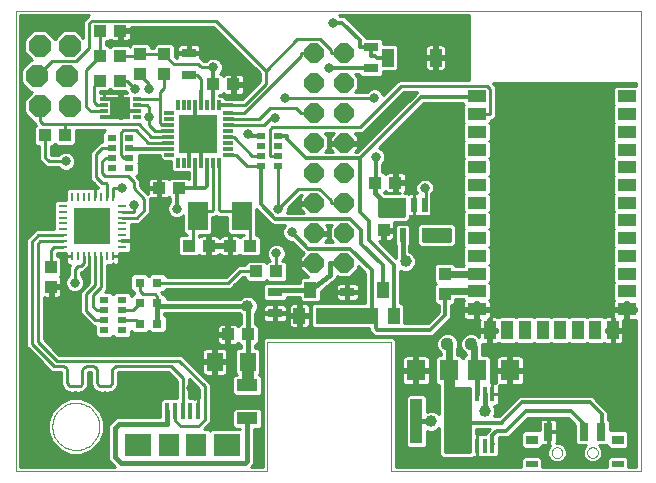
<source format=gtl>
G75*
G70*
%OFA0B0*%
%FSLAX24Y24*%
%IPPOS*%
%LPD*%
%AMOC8*
5,1,8,0,0,1.08239X$1,22.5*
%
%ADD10C,0.0000*%
%ADD11R,0.0472X0.0315*%
%ADD12R,0.0433X0.0394*%
%ADD13OC8,0.0640*%
%ADD14R,0.0217X0.0472*%
%ADD15R,0.0394X0.0433*%
%ADD16R,0.0177X0.0472*%
%ADD17OC8,0.0740*%
%ADD18R,0.0315X0.0315*%
%ADD19R,0.0630X0.0709*%
%ADD20R,0.0709X0.0394*%
%ADD21R,0.0669X0.0945*%
%ADD22R,0.0120X0.0320*%
%ADD23R,0.0320X0.0120*%
%ADD24R,0.1280X0.1280*%
%ADD25R,0.0630X0.0394*%
%ADD26R,0.0394X0.0630*%
%ADD27R,0.0394X0.0551*%
%ADD28R,0.0315X0.0236*%
%ADD29R,0.0315X0.0197*%
%ADD30R,0.0551X0.0630*%
%ADD31R,0.0112X0.0315*%
%ADD32R,0.0315X0.0112*%
%ADD33R,0.1240X0.1240*%
%ADD34R,0.0157X0.0551*%
%ADD35R,0.0906X0.0748*%
%ADD36R,0.0709X0.0748*%
%ADD37R,0.0413X0.0591*%
%ADD38R,0.0681X0.0740*%
%ADD39R,0.0315X0.0118*%
%ADD40R,0.0276X0.0591*%
%ADD41R,0.0394X0.0236*%
%ADD42R,0.0394X0.0315*%
%ADD43R,0.0394X0.1496*%
%ADD44C,0.0100*%
%ADD45C,0.0160*%
%ADD46C,0.0330*%
%ADD47C,0.0436*%
%ADD48C,0.0240*%
%ADD49C,0.0120*%
%ADD50C,0.0181*%
%ADD51C,0.0397*%
%ADD52C,0.0110*%
%ADD53C,0.0400*%
%ADD54C,0.0189*%
%ADD55R,0.0330X0.0330*%
D10*
X000150Y000664D02*
X000150Y016019D01*
X020991Y016019D01*
X020991Y004995D01*
X020991Y000664D01*
X012670Y000664D01*
X012670Y004995D01*
X008536Y004995D01*
X008536Y000664D01*
X008534Y000664D02*
X000150Y000664D01*
X001371Y002164D02*
X001373Y002220D01*
X001379Y002275D01*
X001389Y002329D01*
X001402Y002383D01*
X001420Y002436D01*
X001441Y002487D01*
X001465Y002537D01*
X001493Y002585D01*
X001525Y002631D01*
X001559Y002675D01*
X001597Y002716D01*
X001637Y002754D01*
X001680Y002789D01*
X001725Y002821D01*
X001773Y002850D01*
X001822Y002876D01*
X001873Y002898D01*
X001925Y002916D01*
X001979Y002930D01*
X002034Y002941D01*
X002089Y002948D01*
X002144Y002951D01*
X002200Y002950D01*
X002255Y002945D01*
X002310Y002936D01*
X002364Y002924D01*
X002417Y002907D01*
X002469Y002887D01*
X002519Y002863D01*
X002567Y002836D01*
X002614Y002806D01*
X002658Y002772D01*
X002700Y002735D01*
X002738Y002695D01*
X002775Y002653D01*
X002808Y002608D01*
X002837Y002562D01*
X002864Y002513D01*
X002886Y002462D01*
X002906Y002410D01*
X002921Y002356D01*
X002933Y002302D01*
X002941Y002247D01*
X002945Y002192D01*
X002945Y002136D01*
X002941Y002081D01*
X002933Y002026D01*
X002921Y001972D01*
X002906Y001918D01*
X002886Y001866D01*
X002864Y001815D01*
X002837Y001766D01*
X002808Y001720D01*
X002775Y001675D01*
X002738Y001633D01*
X002700Y001593D01*
X002658Y001556D01*
X002614Y001522D01*
X002567Y001492D01*
X002519Y001465D01*
X002469Y001441D01*
X002417Y001421D01*
X002364Y001404D01*
X002310Y001392D01*
X002255Y001383D01*
X002200Y001378D01*
X002144Y001377D01*
X002089Y001380D01*
X002034Y001387D01*
X001979Y001398D01*
X001925Y001412D01*
X001873Y001430D01*
X001822Y001452D01*
X001773Y001478D01*
X001725Y001507D01*
X001680Y001539D01*
X001637Y001574D01*
X001597Y001612D01*
X001559Y001653D01*
X001525Y001697D01*
X001493Y001743D01*
X001465Y001791D01*
X001441Y001841D01*
X001420Y001892D01*
X001402Y001945D01*
X001389Y001999D01*
X001379Y002053D01*
X001373Y002108D01*
X001371Y002164D01*
X018020Y001294D02*
X018022Y001320D01*
X018028Y001346D01*
X018038Y001371D01*
X018051Y001394D01*
X018067Y001414D01*
X018087Y001432D01*
X018109Y001447D01*
X018132Y001459D01*
X018158Y001467D01*
X018184Y001471D01*
X018210Y001471D01*
X018236Y001467D01*
X018262Y001459D01*
X018286Y001447D01*
X018307Y001432D01*
X018327Y001414D01*
X018343Y001394D01*
X018356Y001371D01*
X018366Y001346D01*
X018372Y001320D01*
X018374Y001294D01*
X018372Y001268D01*
X018366Y001242D01*
X018356Y001217D01*
X018343Y001194D01*
X018327Y001174D01*
X018307Y001156D01*
X018285Y001141D01*
X018262Y001129D01*
X018236Y001121D01*
X018210Y001117D01*
X018184Y001117D01*
X018158Y001121D01*
X018132Y001129D01*
X018108Y001141D01*
X018087Y001156D01*
X018067Y001174D01*
X018051Y001194D01*
X018038Y001217D01*
X018028Y001242D01*
X018022Y001268D01*
X018020Y001294D01*
X019201Y001294D02*
X019203Y001320D01*
X019209Y001346D01*
X019219Y001371D01*
X019232Y001394D01*
X019248Y001414D01*
X019268Y001432D01*
X019290Y001447D01*
X019313Y001459D01*
X019339Y001467D01*
X019365Y001471D01*
X019391Y001471D01*
X019417Y001467D01*
X019443Y001459D01*
X019467Y001447D01*
X019488Y001432D01*
X019508Y001414D01*
X019524Y001394D01*
X019537Y001371D01*
X019547Y001346D01*
X019553Y001320D01*
X019555Y001294D01*
X019553Y001268D01*
X019547Y001242D01*
X019537Y001217D01*
X019524Y001194D01*
X019508Y001174D01*
X019488Y001156D01*
X019466Y001141D01*
X019443Y001129D01*
X019417Y001121D01*
X019391Y001117D01*
X019365Y001117D01*
X019339Y001121D01*
X019313Y001129D01*
X019289Y001141D01*
X019268Y001156D01*
X019248Y001174D01*
X019232Y001194D01*
X019219Y001217D01*
X019209Y001242D01*
X019203Y001268D01*
X019201Y001294D01*
D11*
X011207Y005939D03*
X011207Y006647D03*
X008796Y006647D03*
X008796Y005939D03*
X014422Y008648D03*
X014422Y009357D03*
X011993Y014109D03*
X011993Y014818D03*
X005918Y014601D03*
X005918Y013893D03*
D12*
X006735Y013564D03*
X007405Y013564D03*
X003634Y013696D03*
X002965Y013696D03*
X002965Y014522D03*
X003634Y014522D03*
X003634Y015349D03*
X002965Y015349D03*
X001792Y011867D03*
X001122Y011867D03*
X004928Y010113D03*
X005597Y010113D03*
X005918Y008184D03*
X006587Y008184D03*
X007296Y008184D03*
X007965Y008184D03*
X008172Y007337D03*
X008841Y007337D03*
X007896Y005231D03*
X007227Y005231D03*
X012138Y010290D03*
X012807Y010290D03*
D13*
X011103Y010609D03*
X010103Y010609D03*
X010103Y009609D03*
X011103Y009609D03*
X011103Y008609D03*
X010103Y008609D03*
X010103Y007609D03*
X011103Y007609D03*
X011103Y011609D03*
X010103Y011609D03*
X010103Y012609D03*
X011103Y012609D03*
X011103Y013609D03*
X010103Y013609D03*
X010103Y014609D03*
X011103Y014609D03*
D14*
X013048Y009554D03*
X013422Y009554D03*
X013796Y009554D03*
X013796Y008530D03*
X013048Y008530D03*
D15*
X012422Y008707D03*
X012422Y009377D03*
X014456Y007259D03*
X014456Y006590D03*
X005111Y013912D03*
X005111Y014581D03*
X004304Y014581D03*
X004304Y013912D03*
X001331Y007495D03*
X001331Y006826D03*
D16*
X015270Y003241D03*
X015526Y003241D03*
X015782Y003241D03*
X016038Y003241D03*
X016038Y001528D03*
X015782Y001528D03*
X015526Y001528D03*
X015270Y001528D03*
D17*
X001947Y012845D03*
X000947Y012845D03*
X000847Y013845D03*
X001847Y013845D03*
X001947Y014845D03*
X000947Y014845D03*
D18*
X004284Y006963D03*
X004874Y006963D03*
X004874Y006274D03*
X004284Y006274D03*
X004284Y005585D03*
X004874Y005585D03*
D19*
X013489Y004034D03*
X014591Y004034D03*
X015520Y004034D03*
X016622Y004034D03*
D20*
X007867Y003538D03*
X007867Y002436D03*
D21*
X007681Y009183D03*
X006225Y009183D03*
D22*
X006143Y010944D03*
X006343Y010944D03*
X006543Y010944D03*
X006733Y010944D03*
X006933Y010944D03*
X005943Y010944D03*
X005753Y010944D03*
X005553Y010944D03*
X005553Y012884D03*
X005753Y012884D03*
X005943Y012884D03*
X006143Y012884D03*
X006343Y012884D03*
X006543Y012884D03*
X006733Y012884D03*
X006933Y012884D03*
D23*
X007213Y012604D03*
X007213Y012404D03*
X007213Y012214D03*
X007213Y012014D03*
X007213Y011814D03*
X007213Y011614D03*
X007213Y011424D03*
X007213Y011224D03*
X005273Y011224D03*
X005273Y011424D03*
X005273Y011614D03*
X005273Y011814D03*
X005273Y012014D03*
X005273Y012214D03*
X005273Y012404D03*
X005273Y012604D03*
D24*
X006243Y011914D03*
D25*
X015514Y011983D03*
X015514Y012574D03*
X015514Y013164D03*
X015514Y011393D03*
X015514Y010802D03*
X015514Y010211D03*
X015514Y009621D03*
X015514Y009030D03*
X015514Y008440D03*
X015514Y007849D03*
X015514Y007259D03*
X015514Y006668D03*
X015514Y006074D03*
X020514Y006074D03*
X020514Y006668D03*
X020514Y007259D03*
X020514Y007849D03*
X020514Y008440D03*
X020514Y009030D03*
X020514Y009621D03*
X020514Y010211D03*
X020514Y010802D03*
X020514Y011393D03*
X020514Y011983D03*
X020514Y012574D03*
X020514Y013164D03*
D26*
X020061Y005369D03*
X019475Y005369D03*
X018888Y005369D03*
X018302Y005369D03*
X017715Y005369D03*
X017128Y005369D03*
X016542Y005369D03*
X015955Y005369D03*
D27*
X012762Y005860D03*
X012014Y005860D03*
X012388Y006726D03*
X010351Y005860D03*
X009603Y005860D03*
X009977Y006726D03*
D28*
X008910Y010851D03*
X008319Y010851D03*
X008319Y011855D03*
X008910Y011855D03*
X003939Y011776D03*
X003349Y011776D03*
X003349Y010772D03*
X003939Y010772D03*
X003693Y006383D03*
X003103Y006383D03*
X003103Y005379D03*
X003693Y005379D03*
D29*
X003693Y005723D03*
X003693Y006038D03*
X003103Y006038D03*
X003103Y005723D03*
X003349Y011117D03*
X003349Y011432D03*
X003939Y011432D03*
X003939Y011117D03*
X008319Y011196D03*
X008319Y011511D03*
X008910Y011511D03*
X008910Y011196D03*
D30*
X007886Y004326D03*
X006784Y004326D03*
D31*
X003398Y007849D03*
X003201Y007849D03*
X003004Y007849D03*
X002807Y007849D03*
X002611Y007849D03*
X002414Y007849D03*
X002217Y007849D03*
X002020Y007849D03*
X002020Y009818D03*
X002217Y009818D03*
X002414Y009818D03*
X002611Y009818D03*
X002807Y009818D03*
X003004Y009818D03*
X003201Y009818D03*
X003398Y009818D03*
D32*
X003693Y009522D03*
X003693Y009326D03*
X003693Y009129D03*
X003693Y008932D03*
X003693Y008735D03*
X003693Y008538D03*
X003693Y008341D03*
X003693Y008144D03*
X001725Y008144D03*
X001725Y008341D03*
X001725Y008538D03*
X001725Y008735D03*
X001725Y008932D03*
X001725Y009129D03*
X001725Y009326D03*
X001725Y009522D03*
D33*
X002709Y008833D03*
D34*
X005203Y002672D03*
X005459Y002672D03*
X005715Y002672D03*
X005971Y002672D03*
X006227Y002672D03*
D35*
X007191Y001550D03*
X004239Y001550D03*
D36*
X005262Y001550D03*
X006168Y001550D03*
D37*
X012552Y014454D03*
X014146Y014454D03*
D38*
X003644Y012770D03*
D39*
X004195Y012672D03*
X004195Y012475D03*
X004195Y012869D03*
X004195Y013066D03*
X003093Y013066D03*
X003093Y012869D03*
X003093Y012672D03*
X003093Y012475D03*
D40*
X017902Y001983D03*
X019083Y001983D03*
X019674Y001983D03*
D41*
X020225Y000900D03*
X017351Y000900D03*
D42*
X017351Y001727D03*
X020225Y001727D03*
D43*
X014615Y002333D03*
X013512Y002333D03*
D44*
X013165Y002339D02*
X012820Y002339D01*
X012820Y002437D02*
X013165Y002437D01*
X013165Y002536D02*
X012820Y002536D01*
X012820Y002634D02*
X013165Y002634D01*
X013165Y002733D02*
X012820Y002733D01*
X012820Y002831D02*
X013165Y002831D01*
X013165Y002930D02*
X012820Y002930D01*
X012820Y003028D02*
X013165Y003028D01*
X013165Y003127D02*
X012820Y003127D01*
X012820Y003225D02*
X013247Y003225D01*
X013253Y003231D02*
X013165Y003144D01*
X013165Y001523D01*
X013253Y001435D01*
X013771Y001435D01*
X013859Y001523D01*
X013859Y002022D01*
X013939Y001989D01*
X014078Y001989D01*
X014206Y002042D01*
X014261Y002097D01*
X014261Y001231D01*
X014378Y001114D01*
X015390Y001114D01*
X015419Y001142D01*
X015526Y001142D01*
X016189Y001142D01*
X016276Y001230D01*
X016276Y001804D01*
X016587Y001804D01*
X016710Y001927D01*
X016777Y001995D01*
X016860Y002077D01*
X017237Y002454D01*
X018563Y002454D01*
X018795Y002222D01*
X018795Y001626D01*
X018883Y001538D01*
X019159Y001538D01*
X019101Y001479D01*
X019051Y001359D01*
X019051Y001229D01*
X019101Y001109D01*
X019193Y001017D01*
X019313Y000967D01*
X019443Y000967D01*
X019564Y001017D01*
X019656Y001109D01*
X019706Y001229D01*
X019706Y001359D01*
X019656Y001479D01*
X019597Y001538D01*
X019874Y001538D01*
X019878Y001542D01*
X019878Y001508D01*
X019966Y001420D01*
X020484Y001420D01*
X020572Y001508D01*
X020572Y001947D01*
X020484Y002035D01*
X019966Y002035D01*
X019961Y002030D01*
X019961Y002340D01*
X019907Y002395D01*
X019907Y002659D01*
X019507Y003059D01*
X019384Y003182D01*
X016938Y003182D01*
X016323Y002567D01*
X016283Y002528D01*
X016260Y002504D01*
X016088Y002504D01*
X016128Y002603D01*
X016128Y002741D01*
X016081Y002855D01*
X016146Y002855D01*
X016184Y002865D01*
X016218Y002885D01*
X016246Y002913D01*
X016266Y002947D01*
X016276Y002985D01*
X016276Y003241D01*
X016276Y003497D01*
X016266Y003535D01*
X016266Y003536D01*
X016288Y003530D01*
X016572Y003530D01*
X016572Y003984D01*
X016157Y003984D01*
X016157Y003660D01*
X016168Y003622D01*
X016168Y003621D01*
X016146Y003627D01*
X016038Y003627D01*
X016038Y003241D01*
X016276Y003241D01*
X016038Y003241D01*
X016038Y003241D01*
X016038Y003241D01*
X016038Y003627D01*
X015985Y003627D01*
X015985Y004451D01*
X015897Y004539D01*
X015696Y004539D01*
X015696Y004871D01*
X015695Y004872D01*
X015695Y004917D01*
X015700Y004914D01*
X015739Y004904D01*
X015907Y004904D01*
X015907Y005320D01*
X016004Y005320D01*
X016004Y004904D01*
X016172Y004904D01*
X016210Y004914D01*
X016244Y004934D01*
X016248Y004938D01*
X016283Y004904D01*
X016801Y004904D01*
X016835Y004938D01*
X016869Y004904D01*
X017387Y004904D01*
X017422Y004938D01*
X017456Y004904D01*
X017974Y004904D01*
X018008Y004938D01*
X018043Y004904D01*
X018561Y004904D01*
X018595Y004938D01*
X018629Y004904D01*
X019147Y004904D01*
X019181Y004938D01*
X019216Y004904D01*
X019734Y004904D01*
X019768Y004938D01*
X019772Y004934D01*
X019807Y004914D01*
X019845Y004904D01*
X020013Y004904D01*
X020013Y005320D01*
X020110Y005320D01*
X020110Y004904D01*
X020278Y004904D01*
X020316Y004914D01*
X020350Y004934D01*
X020378Y004962D01*
X020398Y004996D01*
X020408Y005034D01*
X020408Y005320D01*
X020110Y005320D01*
X020110Y005417D01*
X020408Y005417D01*
X020408Y005704D01*
X020402Y005727D01*
X020466Y005727D01*
X020466Y006025D01*
X020563Y006025D01*
X020563Y006122D01*
X020841Y006122D01*
X020841Y006025D01*
X020563Y006025D01*
X020563Y005727D01*
X020841Y005727D01*
X020841Y000814D01*
X020572Y000814D01*
X020572Y001081D01*
X020484Y001169D01*
X019966Y001169D01*
X019878Y001081D01*
X019878Y000814D01*
X017698Y000814D01*
X017698Y001081D01*
X017610Y001169D01*
X017092Y001169D01*
X017004Y001081D01*
X017004Y000814D01*
X012820Y000814D01*
X012820Y005057D01*
X012732Y005145D01*
X008474Y005145D01*
X008386Y005057D01*
X008386Y000814D01*
X007987Y000814D01*
X008018Y000844D01*
X008097Y000923D01*
X008097Y002089D01*
X008283Y002089D01*
X008371Y002177D01*
X008371Y002695D01*
X008283Y002783D01*
X007450Y002783D01*
X007362Y002695D01*
X007362Y002177D01*
X007450Y002089D01*
X007637Y002089D01*
X007637Y002074D01*
X006676Y002074D01*
X006630Y002028D01*
X006584Y002074D01*
X006419Y002074D01*
X006427Y002081D01*
X006649Y002304D01*
X006649Y003582D01*
X006532Y003699D01*
X005684Y004547D01*
X001599Y004547D01*
X001434Y004712D01*
X001080Y005066D01*
X001080Y006468D01*
X001115Y006459D01*
X001283Y006459D01*
X001283Y006777D01*
X001380Y006777D01*
X001380Y006874D01*
X001678Y006874D01*
X001678Y007062D01*
X001668Y007100D01*
X001648Y007134D01*
X001622Y007160D01*
X001678Y007216D01*
X001678Y007774D01*
X001590Y007861D01*
X001531Y007861D01*
X001531Y007938D01*
X001814Y007938D01*
X001814Y007849D01*
X001814Y007672D01*
X001824Y007634D01*
X001844Y007600D01*
X001872Y007572D01*
X001906Y007552D01*
X001944Y007542D01*
X001971Y007542D01*
X001919Y007489D01*
X001919Y007209D01*
X001851Y007142D01*
X001804Y007026D01*
X001804Y006901D01*
X001851Y006785D01*
X001940Y006696D01*
X002056Y006648D01*
X002181Y006648D01*
X002297Y006696D01*
X002386Y006785D01*
X002434Y006901D01*
X002434Y007026D01*
X002386Y007142D01*
X002319Y007209D01*
X002319Y007305D01*
X002398Y007305D01*
X002492Y007398D01*
X002499Y007398D01*
X002607Y007507D01*
X002607Y006948D01*
X002312Y006653D01*
X002312Y005936D01*
X002429Y005819D01*
X002429Y005819D01*
X002725Y005523D01*
X002795Y005523D01*
X002795Y005198D01*
X002883Y005111D01*
X003322Y005111D01*
X003398Y005186D01*
X003474Y005111D01*
X003913Y005111D01*
X004001Y005198D01*
X004001Y005341D01*
X004064Y005278D01*
X004503Y005278D01*
X004579Y005354D01*
X004655Y005278D01*
X005094Y005278D01*
X005182Y005366D01*
X005182Y005805D01*
X005104Y005883D01*
X005104Y005946D01*
X007614Y005946D01*
X007666Y005894D01*
X007666Y005578D01*
X007617Y005578D01*
X007561Y005522D01*
X007535Y005548D01*
X007501Y005568D01*
X007463Y005578D01*
X007275Y005578D01*
X007275Y005280D01*
X007178Y005280D01*
X007178Y005578D01*
X006990Y005578D01*
X006952Y005568D01*
X006918Y005548D01*
X006890Y005520D01*
X006870Y005486D01*
X006860Y005448D01*
X006860Y005280D01*
X007178Y005280D01*
X007178Y005183D01*
X006860Y005183D01*
X006860Y005015D01*
X006870Y004976D01*
X006890Y004942D01*
X006918Y004914D01*
X006952Y004894D01*
X006990Y004884D01*
X007178Y004884D01*
X007178Y005183D01*
X007275Y005183D01*
X007275Y004884D01*
X007463Y004884D01*
X007501Y004894D01*
X007535Y004914D01*
X007561Y004940D01*
X007617Y004884D01*
X007666Y004884D01*
X007666Y004791D01*
X007548Y004791D01*
X007461Y004703D01*
X007197Y004703D01*
X007199Y004698D02*
X007179Y004733D01*
X007152Y004761D01*
X007117Y004780D01*
X007079Y004791D01*
X006834Y004791D01*
X006834Y004376D01*
X006734Y004376D01*
X006734Y004791D01*
X006489Y004791D01*
X006450Y004780D01*
X006416Y004761D01*
X006388Y004733D01*
X006368Y004698D01*
X006358Y004660D01*
X006358Y004376D01*
X006734Y004376D01*
X006734Y004276D01*
X006358Y004276D01*
X006358Y003991D01*
X006368Y003953D01*
X006388Y003919D01*
X006416Y003891D01*
X006450Y003871D01*
X006489Y003861D01*
X006734Y003861D01*
X006734Y004276D01*
X006834Y004276D01*
X006834Y004376D01*
X007209Y004376D01*
X007209Y004660D01*
X007199Y004698D01*
X007209Y004604D02*
X007461Y004604D01*
X007461Y004506D02*
X007209Y004506D01*
X007209Y004407D02*
X007461Y004407D01*
X007461Y004309D02*
X006834Y004309D01*
X006834Y004276D02*
X007209Y004276D01*
X007209Y003991D01*
X007199Y003953D01*
X007179Y003919D01*
X007152Y003891D01*
X007117Y003871D01*
X007079Y003861D01*
X006834Y003861D01*
X006834Y004276D01*
X006834Y004210D02*
X006734Y004210D01*
X006734Y004112D02*
X006834Y004112D01*
X006834Y004013D02*
X006734Y004013D01*
X006734Y003915D02*
X006834Y003915D01*
X007176Y003915D02*
X007494Y003915D01*
X007524Y003885D02*
X007450Y003885D01*
X007362Y003797D01*
X007362Y003279D01*
X007450Y003191D01*
X008283Y003191D01*
X008371Y003279D01*
X008371Y003797D01*
X008283Y003885D01*
X008248Y003885D01*
X008312Y003948D01*
X008312Y004703D01*
X008386Y004703D01*
X008312Y004703D02*
X008224Y004791D01*
X008126Y004791D01*
X008126Y004884D01*
X008175Y004884D01*
X008263Y004972D01*
X008263Y005490D01*
X008175Y005578D01*
X008126Y005578D01*
X008126Y005933D01*
X008172Y005979D01*
X008225Y006107D01*
X008225Y006245D01*
X008172Y006373D01*
X008074Y006471D01*
X007946Y006524D01*
X007807Y006524D01*
X007679Y006471D01*
X007614Y006406D01*
X005182Y006406D01*
X005182Y006494D01*
X005094Y006582D01*
X005066Y006582D01*
X004996Y006653D01*
X004992Y006656D01*
X005094Y006656D01*
X005182Y006744D01*
X005182Y006763D01*
X007319Y006763D01*
X007437Y006881D01*
X007713Y007157D01*
X007805Y007157D01*
X007805Y007078D01*
X007893Y006991D01*
X008450Y006991D01*
X008506Y007047D01*
X008562Y006991D01*
X009120Y006991D01*
X009207Y007078D01*
X009207Y007596D01*
X009120Y007684D01*
X009043Y007684D01*
X009043Y007685D01*
X009110Y007752D01*
X009158Y007868D01*
X009158Y007993D01*
X009110Y008109D01*
X009021Y008197D01*
X008905Y008245D01*
X008780Y008245D01*
X008664Y008197D01*
X008576Y008109D01*
X008528Y007993D01*
X008528Y007868D01*
X008576Y007752D01*
X008643Y007685D01*
X008643Y007684D01*
X008562Y007684D01*
X008506Y007628D01*
X008450Y007684D01*
X007893Y007684D01*
X007805Y007596D01*
X007805Y007557D01*
X007547Y007557D01*
X007154Y007163D01*
X005182Y007163D01*
X005182Y007183D01*
X005094Y007271D01*
X004655Y007271D01*
X004579Y007195D01*
X004503Y007271D01*
X004064Y007271D01*
X003976Y007183D01*
X003976Y006744D01*
X004064Y006656D01*
X004084Y006656D01*
X004084Y006605D01*
X004107Y006582D01*
X004064Y006582D01*
X004001Y006518D01*
X004001Y006563D01*
X003913Y006651D01*
X003474Y006651D01*
X003398Y006575D01*
X003322Y006651D01*
X003132Y006651D01*
X003204Y006723D01*
X003204Y007503D01*
X003209Y007508D01*
X003209Y007542D01*
X003319Y007542D01*
X003320Y007542D01*
X003322Y007542D01*
X003398Y007542D01*
X003398Y007620D01*
X003398Y007620D01*
X003398Y007542D01*
X003474Y007542D01*
X003512Y007552D01*
X003546Y007572D01*
X003574Y007600D01*
X003594Y007634D01*
X003604Y007672D01*
X003604Y007849D01*
X003407Y007849D01*
X003407Y007849D01*
X003604Y007849D01*
X003604Y007938D01*
X003913Y007938D01*
X004001Y008026D01*
X004001Y008263D01*
X004000Y008263D01*
X004001Y008266D01*
X004001Y008341D01*
X003922Y008341D01*
X003922Y008341D01*
X003922Y008341D01*
X004001Y008341D01*
X004001Y008417D01*
X004000Y008419D01*
X004001Y008420D01*
X004001Y008924D01*
X004270Y008924D01*
X004390Y009044D01*
X004390Y009051D01*
X004641Y009302D01*
X004641Y009783D01*
X004653Y009776D01*
X004691Y009766D01*
X004879Y009766D01*
X004879Y010065D01*
X004561Y010065D01*
X004561Y009922D01*
X004524Y009959D01*
X004287Y010196D01*
X004287Y010393D01*
X004170Y010510D01*
X004167Y010513D01*
X004247Y010592D01*
X004247Y010953D01*
X004245Y010955D01*
X004247Y010956D01*
X004247Y011214D01*
X004963Y011214D01*
X004963Y011102D01*
X005050Y011014D01*
X005343Y011014D01*
X005343Y010722D01*
X005430Y010634D01*
X005933Y010634D01*
X005933Y010403D01*
X005876Y010460D01*
X005318Y010460D01*
X005262Y010404D01*
X005236Y010430D01*
X005202Y010450D01*
X005164Y010460D01*
X004976Y010460D01*
X004976Y010161D01*
X004879Y010161D01*
X004879Y010065D01*
X004976Y010065D01*
X004976Y009766D01*
X005164Y009766D01*
X005202Y009776D01*
X005236Y009796D01*
X005262Y009822D01*
X005310Y009774D01*
X005310Y009660D01*
X005253Y009603D01*
X005205Y009487D01*
X005205Y009362D01*
X005253Y009246D01*
X005342Y009157D01*
X005457Y009109D01*
X005583Y009109D01*
X005698Y009157D01*
X005740Y009199D01*
X005740Y008648D01*
X005828Y008560D01*
X005856Y008560D01*
X005856Y008531D01*
X005639Y008531D01*
X005551Y008443D01*
X005551Y007926D01*
X005639Y007838D01*
X006196Y007838D01*
X006252Y007894D01*
X006278Y007868D01*
X006313Y007848D01*
X006351Y007838D01*
X006539Y007838D01*
X006539Y008136D01*
X006635Y008136D01*
X006635Y007838D01*
X006823Y007838D01*
X006861Y007848D01*
X006896Y007868D01*
X006924Y007896D01*
X006941Y007926D01*
X006959Y007896D01*
X006987Y007868D01*
X007021Y007848D01*
X007059Y007838D01*
X007247Y007838D01*
X007247Y008136D01*
X006929Y008136D01*
X006635Y008136D01*
X006635Y008233D01*
X006539Y008233D01*
X006539Y008531D01*
X006351Y008531D01*
X006313Y008521D01*
X006278Y008501D01*
X006256Y008479D01*
X006256Y008560D01*
X006622Y008560D01*
X006709Y008648D01*
X006709Y009144D01*
X006783Y009144D01*
X006815Y009177D01*
X006835Y009196D01*
X006897Y009134D01*
X007197Y009134D01*
X007197Y008648D01*
X007285Y008560D01*
X007765Y008560D01*
X007765Y008531D01*
X007686Y008531D01*
X007630Y008475D01*
X007604Y008501D01*
X007570Y008521D01*
X007532Y008531D01*
X007344Y008531D01*
X007344Y008233D01*
X007247Y008233D01*
X007247Y008136D01*
X007344Y008136D01*
X007344Y007838D01*
X007532Y007838D01*
X007570Y007848D01*
X007604Y007868D01*
X007630Y007894D01*
X007686Y007838D01*
X008244Y007838D01*
X008331Y007926D01*
X008331Y008443D01*
X008244Y008531D01*
X008165Y008531D01*
X008165Y008647D01*
X008166Y008648D01*
X008166Y009428D01*
X008232Y009362D01*
X008232Y009362D01*
X008724Y008870D01*
X009140Y008870D01*
X009086Y008815D01*
X009038Y008699D01*
X009038Y008574D01*
X009086Y008458D01*
X009174Y008370D01*
X009290Y008322D01*
X009371Y008322D01*
X009761Y007932D01*
X009633Y007804D01*
X009633Y007659D01*
X010053Y007659D01*
X010053Y007559D01*
X009633Y007559D01*
X009633Y007414D01*
X009895Y007152D01*
X009718Y007152D01*
X009630Y007064D01*
X009630Y006956D01*
X008779Y006956D01*
X008778Y006955D01*
X008497Y006955D01*
X008409Y006867D01*
X008409Y006428D01*
X008497Y006340D01*
X009094Y006340D01*
X009182Y006428D01*
X009182Y006496D01*
X009630Y006496D01*
X009630Y006388D01*
X009718Y006301D01*
X010236Y006301D01*
X010324Y006388D01*
X010324Y006696D01*
X010698Y006972D01*
X010718Y006972D01*
X010773Y007027D01*
X010836Y007073D01*
X010839Y007093D01*
X010853Y007107D01*
X010853Y007185D01*
X010854Y007193D01*
X010908Y007139D01*
X011297Y007139D01*
X011573Y007414D01*
X011573Y007520D01*
X011804Y007289D01*
X011804Y006286D01*
X011755Y006286D01*
X011754Y006284D01*
X010611Y006284D01*
X010610Y006286D01*
X010282Y006286D01*
X010280Y006288D01*
X010234Y006286D01*
X010092Y006286D01*
X010004Y006198D01*
X010004Y006159D01*
X010003Y006158D01*
X010004Y006130D01*
X010004Y005522D01*
X010092Y005434D01*
X010143Y005434D01*
X010148Y005434D01*
X010152Y005431D01*
X010231Y005434D01*
X011942Y005434D01*
X011942Y005347D01*
X012105Y005184D01*
X014057Y005184D01*
X014180Y005307D01*
X014180Y005307D01*
X014233Y005360D01*
X014666Y005793D01*
X014666Y006223D01*
X014715Y006223D01*
X014803Y006311D01*
X014803Y006398D01*
X015060Y006398D01*
X015087Y006371D01*
X015079Y006363D01*
X015059Y006328D01*
X015049Y006290D01*
X015049Y006122D01*
X015466Y006122D01*
X015466Y006321D01*
X015563Y006321D01*
X015563Y006122D01*
X015979Y006122D01*
X015979Y006290D01*
X015969Y006328D01*
X015949Y006363D01*
X015941Y006371D01*
X015979Y006409D01*
X015979Y006927D01*
X015943Y006963D01*
X015979Y007000D01*
X015979Y007518D01*
X015943Y007554D01*
X015979Y007590D01*
X015979Y008108D01*
X015943Y008144D01*
X015979Y008181D01*
X015979Y008699D01*
X015943Y008735D01*
X015979Y008771D01*
X015979Y009289D01*
X015943Y009326D01*
X015979Y009362D01*
X015979Y009880D01*
X015943Y009916D01*
X015979Y009952D01*
X015979Y010470D01*
X015943Y010507D01*
X015979Y010543D01*
X015979Y011061D01*
X015943Y011097D01*
X015979Y011134D01*
X015979Y011652D01*
X015943Y011688D01*
X015979Y011724D01*
X015979Y012242D01*
X015943Y012278D01*
X015979Y012315D01*
X015979Y012374D01*
X016042Y012374D01*
X016159Y012491D01*
X016159Y013503D01*
X016067Y013596D01*
X016058Y013605D01*
X020841Y013605D01*
X020841Y013511D01*
X020137Y013511D01*
X020049Y013423D01*
X020049Y012905D01*
X020086Y012869D01*
X020049Y012833D01*
X020049Y012315D01*
X020086Y012278D01*
X020049Y012242D01*
X020049Y011724D01*
X020086Y011688D01*
X020049Y011652D01*
X020049Y011134D01*
X020086Y011097D01*
X020049Y011061D01*
X020049Y010543D01*
X020086Y010507D01*
X020049Y010470D01*
X020049Y009952D01*
X020086Y009916D01*
X020049Y009880D01*
X020049Y009362D01*
X020086Y009326D01*
X020049Y009289D01*
X020049Y008771D01*
X020086Y008735D01*
X020049Y008699D01*
X020049Y008181D01*
X020086Y008144D01*
X020049Y008108D01*
X020049Y007590D01*
X020086Y007554D01*
X020049Y007518D01*
X020049Y007000D01*
X020086Y006963D01*
X020049Y006927D01*
X020049Y006409D01*
X020087Y006371D01*
X020079Y006363D01*
X020059Y006328D01*
X020049Y006290D01*
X020049Y006122D01*
X020466Y006122D01*
X020466Y006321D01*
X020563Y006321D01*
X020563Y006122D01*
X020466Y006122D01*
X020466Y006025D01*
X020049Y006025D01*
X020049Y005857D01*
X020059Y005819D01*
X020079Y005785D01*
X020107Y005757D01*
X020110Y005755D01*
X020110Y005417D01*
X020013Y005417D01*
X020013Y005320D01*
X019822Y005320D01*
X019822Y005417D01*
X020013Y005417D01*
X020013Y005834D01*
X019845Y005834D01*
X019807Y005824D01*
X019772Y005804D01*
X019768Y005800D01*
X019734Y005834D01*
X019216Y005834D01*
X019181Y005800D01*
X019147Y005834D01*
X018629Y005834D01*
X018595Y005800D01*
X018561Y005834D01*
X018043Y005834D01*
X018008Y005800D01*
X017974Y005834D01*
X017456Y005834D01*
X017422Y005800D01*
X017387Y005834D01*
X016869Y005834D01*
X016835Y005800D01*
X016801Y005834D01*
X016283Y005834D01*
X016248Y005800D01*
X016244Y005804D01*
X016210Y005824D01*
X016172Y005834D01*
X016004Y005834D01*
X016004Y005417D01*
X016195Y005417D01*
X016195Y005320D01*
X016004Y005320D01*
X016004Y005417D01*
X015907Y005417D01*
X015907Y005748D01*
X015921Y005757D01*
X015949Y005785D01*
X015969Y005819D01*
X015979Y005857D01*
X015979Y006025D01*
X015563Y006025D01*
X015563Y006122D01*
X015466Y006122D01*
X015466Y006025D01*
X015563Y006025D01*
X015563Y005727D01*
X015614Y005727D01*
X015608Y005704D01*
X015608Y005417D01*
X015907Y005417D01*
X015907Y005320D01*
X015608Y005320D01*
X015608Y005156D01*
X015536Y005228D01*
X015400Y005284D01*
X015254Y005284D01*
X015119Y005228D01*
X015015Y005125D01*
X014959Y004989D01*
X014959Y004843D01*
X015015Y004708D01*
X015119Y004604D01*
X015156Y004589D01*
X015156Y004539D01*
X015143Y004539D01*
X015056Y004451D01*
X014968Y004539D01*
X014861Y004539D01*
X014861Y004730D01*
X014908Y004843D01*
X014908Y004989D01*
X014852Y005125D01*
X014748Y005228D01*
X014613Y005284D01*
X014467Y005284D01*
X014331Y005228D01*
X014228Y005125D01*
X014172Y004989D01*
X014172Y004843D01*
X014228Y004708D01*
X014321Y004614D01*
X014321Y004539D01*
X014214Y004539D01*
X014126Y004451D01*
X014126Y003618D01*
X014214Y003530D01*
X014261Y003530D01*
X014261Y002577D01*
X014206Y002633D01*
X014078Y002686D01*
X013939Y002686D01*
X013859Y002653D01*
X013859Y003144D01*
X013771Y003231D01*
X013253Y003231D01*
X013154Y003530D02*
X013439Y003530D01*
X013439Y003984D01*
X013539Y003984D01*
X013539Y004084D01*
X013954Y004084D01*
X013954Y004408D01*
X013943Y004446D01*
X013924Y004481D01*
X013896Y004509D01*
X013861Y004528D01*
X013823Y004539D01*
X013539Y004539D01*
X013539Y004084D01*
X013439Y004084D01*
X013439Y004539D01*
X013154Y004539D01*
X013116Y004528D01*
X013082Y004509D01*
X013054Y004481D01*
X013034Y004446D01*
X013024Y004408D01*
X013024Y004084D01*
X013439Y004084D01*
X013439Y003984D01*
X013024Y003984D01*
X013024Y003660D01*
X013034Y003622D01*
X013054Y003588D01*
X013082Y003560D01*
X013116Y003540D01*
X013154Y003530D01*
X013035Y003619D02*
X012820Y003619D01*
X012820Y003521D02*
X014261Y003521D01*
X014261Y003422D02*
X012820Y003422D01*
X012820Y003324D02*
X014261Y003324D01*
X014261Y003225D02*
X013778Y003225D01*
X013859Y003127D02*
X014261Y003127D01*
X014261Y003028D02*
X013859Y003028D01*
X013859Y002930D02*
X014261Y002930D01*
X014261Y002831D02*
X013859Y002831D01*
X013859Y002733D02*
X014261Y002733D01*
X014261Y002634D02*
X014202Y002634D01*
X014461Y002634D02*
X015307Y002634D01*
X015307Y002536D02*
X014461Y002536D01*
X014461Y002437D02*
X015307Y002437D01*
X015307Y002339D02*
X014461Y002339D01*
X014461Y002240D02*
X015307Y002240D01*
X015307Y002142D02*
X014461Y002142D01*
X014461Y002043D02*
X015307Y002043D01*
X015307Y001945D02*
X014461Y001945D01*
X014461Y001846D02*
X015307Y001846D01*
X015307Y001818D02*
X015307Y001818D01*
X015307Y001314D01*
X014461Y001314D01*
X014461Y003440D01*
X015305Y003440D01*
X015305Y003150D01*
X015307Y003148D01*
X015307Y002951D01*
X015307Y002951D01*
X015307Y001818D01*
X015307Y001748D02*
X014461Y001748D01*
X014461Y001649D02*
X015307Y001649D01*
X015307Y001551D02*
X014461Y001551D01*
X014461Y001452D02*
X015307Y001452D01*
X015307Y001354D02*
X014461Y001354D01*
X014261Y001354D02*
X012820Y001354D01*
X012820Y001452D02*
X013236Y001452D01*
X013165Y001551D02*
X012820Y001551D01*
X012820Y001649D02*
X013165Y001649D01*
X013165Y001748D02*
X012820Y001748D01*
X012820Y001846D02*
X013165Y001846D01*
X013165Y001945D02*
X012820Y001945D01*
X012820Y002043D02*
X013165Y002043D01*
X013165Y002142D02*
X012820Y002142D01*
X012820Y002240D02*
X013165Y002240D01*
X013859Y001945D02*
X014261Y001945D01*
X014261Y002043D02*
X014207Y002043D01*
X014261Y001846D02*
X013859Y001846D01*
X013859Y001748D02*
X014261Y001748D01*
X014261Y001649D02*
X013859Y001649D01*
X013859Y001551D02*
X014261Y001551D01*
X014261Y001452D02*
X013788Y001452D01*
X014261Y001255D02*
X012820Y001255D01*
X012820Y001157D02*
X014335Y001157D01*
X015526Y001157D02*
X015526Y001157D01*
X015526Y001142D02*
X015526Y001528D01*
X015526Y001528D01*
X015526Y001142D01*
X015526Y001255D02*
X015526Y001255D01*
X015526Y001354D02*
X015526Y001354D01*
X015526Y001452D02*
X015526Y001452D01*
X015526Y001528D02*
X015526Y001915D01*
X015507Y001915D01*
X015507Y002084D01*
X015953Y002084D01*
X015830Y001961D01*
X015830Y001915D01*
X015631Y001915D01*
X015526Y001915D01*
X015526Y001528D01*
X015526Y001528D01*
X015526Y001551D02*
X015526Y001551D01*
X015526Y001649D02*
X015526Y001649D01*
X015526Y001748D02*
X015526Y001748D01*
X015526Y001846D02*
X015526Y001846D01*
X015507Y001945D02*
X015830Y001945D01*
X015912Y002043D02*
X015507Y002043D01*
X015953Y002084D02*
X015953Y002084D01*
X016276Y001748D02*
X017004Y001748D01*
X017004Y001846D02*
X016629Y001846D01*
X016727Y001945D02*
X017004Y001945D01*
X017004Y001947D02*
X017004Y001508D01*
X017092Y001420D01*
X017610Y001420D01*
X017698Y001508D01*
X017698Y001553D01*
X017706Y001548D01*
X017744Y001538D01*
X017883Y001538D01*
X017883Y001964D01*
X017921Y001964D01*
X017921Y001538D01*
X017978Y001538D01*
X017920Y001479D01*
X017870Y001359D01*
X017870Y001229D01*
X017920Y001109D01*
X018012Y001017D01*
X018132Y000967D01*
X018262Y000967D01*
X018383Y001017D01*
X018475Y001109D01*
X018524Y001229D01*
X018524Y001359D01*
X018475Y001479D01*
X018383Y001571D01*
X018262Y001621D01*
X018175Y001621D01*
X018180Y001630D01*
X018190Y001668D01*
X018190Y001964D01*
X017921Y001964D01*
X017921Y002002D01*
X018190Y002002D01*
X018190Y002298D01*
X018180Y002336D01*
X018160Y002370D01*
X018132Y002398D01*
X018098Y002418D01*
X018060Y002428D01*
X017921Y002428D01*
X017921Y002002D01*
X017883Y002002D01*
X017883Y002428D01*
X017744Y002428D01*
X017706Y002418D01*
X017672Y002398D01*
X017644Y002370D01*
X017624Y002336D01*
X017614Y002298D01*
X017614Y002030D01*
X017610Y002035D01*
X017092Y002035D01*
X017004Y001947D01*
X016826Y002043D02*
X017614Y002043D01*
X017614Y002142D02*
X016924Y002142D01*
X017023Y002240D02*
X017614Y002240D01*
X017626Y002339D02*
X017121Y002339D01*
X017220Y002437D02*
X018580Y002437D01*
X018679Y002339D02*
X018178Y002339D01*
X018190Y002240D02*
X018777Y002240D01*
X018795Y002142D02*
X018190Y002142D01*
X018190Y002043D02*
X018795Y002043D01*
X018795Y001945D02*
X018190Y001945D01*
X018190Y001846D02*
X018795Y001846D01*
X018795Y001748D02*
X018190Y001748D01*
X018185Y001649D02*
X018795Y001649D01*
X018870Y001551D02*
X018403Y001551D01*
X018486Y001452D02*
X019090Y001452D01*
X019051Y001354D02*
X018524Y001354D01*
X018524Y001255D02*
X019051Y001255D01*
X019081Y001157D02*
X018494Y001157D01*
X018424Y001058D02*
X019152Y001058D01*
X019605Y001058D02*
X019878Y001058D01*
X019878Y000960D02*
X017698Y000960D01*
X017698Y001058D02*
X017970Y001058D01*
X017900Y001157D02*
X017622Y001157D01*
X017870Y001255D02*
X016276Y001255D01*
X016276Y001354D02*
X017870Y001354D01*
X017909Y001452D02*
X017642Y001452D01*
X017698Y001551D02*
X017702Y001551D01*
X017883Y001551D02*
X017921Y001551D01*
X017921Y001649D02*
X017883Y001649D01*
X017883Y001748D02*
X017921Y001748D01*
X017921Y001846D02*
X017883Y001846D01*
X017883Y001945D02*
X017921Y001945D01*
X017921Y002043D02*
X017883Y002043D01*
X017883Y002142D02*
X017921Y002142D01*
X017921Y002240D02*
X017883Y002240D01*
X017883Y002339D02*
X017921Y002339D01*
X017004Y001649D02*
X016276Y001649D01*
X016276Y001551D02*
X017004Y001551D01*
X017059Y001452D02*
X016276Y001452D01*
X016203Y001157D02*
X017080Y001157D01*
X017004Y001058D02*
X012820Y001058D01*
X012820Y000960D02*
X017004Y000960D01*
X017004Y000861D02*
X012820Y000861D01*
X014461Y002733D02*
X015307Y002733D01*
X015307Y002831D02*
X014461Y002831D01*
X014461Y002930D02*
X015307Y002930D01*
X015307Y003028D02*
X014461Y003028D01*
X014461Y003127D02*
X015307Y003127D01*
X015305Y003225D02*
X014461Y003225D01*
X014461Y003243D02*
X014461Y004050D01*
X014717Y004050D01*
X014717Y003243D01*
X014461Y003243D01*
X014461Y003324D02*
X014717Y003324D01*
X014717Y003422D02*
X014461Y003422D01*
X015305Y003422D01*
X015305Y003324D02*
X014461Y003324D01*
X014461Y003521D02*
X014717Y003521D01*
X014717Y003619D02*
X014461Y003619D01*
X014461Y003718D02*
X014717Y003718D01*
X014717Y003816D02*
X014461Y003816D01*
X014461Y003915D02*
X014717Y003915D01*
X014717Y004013D02*
X014461Y004013D01*
X014126Y004013D02*
X013539Y004013D01*
X013539Y003984D02*
X013954Y003984D01*
X013954Y003660D01*
X013943Y003622D01*
X013924Y003588D01*
X013896Y003560D01*
X013861Y003540D01*
X013823Y003530D01*
X013539Y003530D01*
X013539Y003984D01*
X013539Y003915D02*
X013439Y003915D01*
X013439Y004013D02*
X012820Y004013D01*
X012820Y003915D02*
X013024Y003915D01*
X013024Y003816D02*
X012820Y003816D01*
X012820Y003718D02*
X013024Y003718D01*
X013024Y004112D02*
X012820Y004112D01*
X012820Y004210D02*
X013024Y004210D01*
X013024Y004309D02*
X012820Y004309D01*
X012820Y004407D02*
X013024Y004407D01*
X013079Y004506D02*
X012820Y004506D01*
X012820Y004604D02*
X014321Y004604D01*
X014233Y004703D02*
X012820Y004703D01*
X012820Y004801D02*
X014189Y004801D01*
X014172Y004900D02*
X012820Y004900D01*
X012820Y004998D02*
X014175Y004998D01*
X014216Y005097D02*
X012780Y005097D01*
X013109Y005604D02*
X013109Y006198D01*
X013021Y006286D01*
X012972Y006286D01*
X012972Y007361D01*
X013081Y007316D01*
X013219Y007316D01*
X013347Y007369D01*
X013445Y007467D01*
X013498Y007595D01*
X013498Y007733D01*
X013445Y007862D01*
X013347Y007960D01*
X013278Y007988D01*
X013278Y008204D01*
X013306Y008232D01*
X013306Y008829D01*
X013218Y008916D01*
X012877Y008916D01*
X012789Y008829D01*
X012789Y008232D01*
X012818Y008204D01*
X012818Y007774D01*
X012250Y008341D01*
X012373Y008341D01*
X012373Y008659D01*
X012470Y008659D01*
X012470Y008341D01*
X012638Y008341D01*
X012676Y008351D01*
X012711Y008371D01*
X012739Y008399D01*
X012758Y008433D01*
X012769Y008471D01*
X012769Y008659D01*
X012470Y008659D01*
X012470Y008756D01*
X012769Y008756D01*
X012769Y008944D01*
X012762Y008968D01*
X013188Y008968D01*
X013305Y009085D01*
X013305Y009168D01*
X013418Y009168D01*
X013418Y009550D01*
X013426Y009550D01*
X013426Y009168D01*
X013550Y009168D01*
X013588Y009178D01*
X013605Y009188D01*
X013625Y009168D01*
X013966Y009168D01*
X014035Y009237D01*
X014035Y009180D01*
X014046Y009142D01*
X014065Y009108D01*
X014093Y009080D01*
X014128Y009060D01*
X014166Y009050D01*
X014393Y009050D01*
X014393Y009328D01*
X014450Y009328D01*
X014450Y009050D01*
X014678Y009050D01*
X014716Y009060D01*
X014750Y009080D01*
X014778Y009108D01*
X014798Y009142D01*
X014808Y009180D01*
X014808Y009328D01*
X014450Y009328D01*
X014450Y009386D01*
X014393Y009386D01*
X014393Y009665D01*
X014166Y009665D01*
X014128Y009654D01*
X014093Y009635D01*
X014065Y009607D01*
X014054Y009587D01*
X014054Y009852D01*
X014015Y009891D01*
X014059Y009935D01*
X014107Y010050D01*
X014107Y010176D01*
X014059Y010291D01*
X013970Y010380D01*
X013854Y010428D01*
X013729Y010428D01*
X013613Y010380D01*
X013525Y010291D01*
X013477Y010176D01*
X013477Y010050D01*
X013522Y009940D01*
X013426Y009940D01*
X013426Y009558D01*
X013418Y009558D01*
X013418Y009940D01*
X013294Y009940D01*
X013255Y009930D01*
X013238Y009920D01*
X013218Y009940D01*
X013147Y009940D01*
X013133Y009954D01*
X013082Y009954D01*
X013116Y009973D01*
X013144Y010001D01*
X013164Y010035D01*
X013174Y010074D01*
X013174Y010242D01*
X012856Y010242D01*
X012856Y010339D01*
X012759Y010339D01*
X012759Y010637D01*
X012571Y010637D01*
X012533Y010627D01*
X012499Y010607D01*
X012473Y010581D01*
X012417Y010637D01*
X012368Y010637D01*
X012368Y010921D01*
X012425Y010978D01*
X012473Y011094D01*
X012473Y011219D01*
X012425Y011335D01*
X012336Y011423D01*
X012268Y011452D01*
X013746Y012930D01*
X015049Y012930D01*
X015049Y012905D01*
X015086Y012869D01*
X015049Y012833D01*
X015049Y012315D01*
X015086Y012278D01*
X015049Y012242D01*
X015049Y011724D01*
X015086Y011688D01*
X015049Y011652D01*
X015049Y011134D01*
X015086Y011097D01*
X015049Y011061D01*
X015049Y010543D01*
X015086Y010507D01*
X015049Y010470D01*
X015049Y009952D01*
X015086Y009916D01*
X015049Y009880D01*
X015049Y009362D01*
X015086Y009326D01*
X015049Y009289D01*
X015049Y008771D01*
X015086Y008735D01*
X015049Y008699D01*
X015049Y008181D01*
X015086Y008144D01*
X015049Y008108D01*
X015049Y007590D01*
X015086Y007554D01*
X015061Y007529D01*
X014803Y007529D01*
X014803Y007538D01*
X014715Y007626D01*
X014197Y007626D01*
X014109Y007538D01*
X014109Y006980D01*
X014165Y006924D01*
X014109Y006868D01*
X014109Y006311D01*
X014197Y006223D01*
X014246Y006223D01*
X014246Y005967D01*
X013936Y005657D01*
X013883Y005604D01*
X013109Y005604D01*
X013109Y005688D02*
X013967Y005688D01*
X013936Y005657D02*
X013936Y005657D01*
X014065Y005786D02*
X013109Y005786D01*
X013109Y005885D02*
X014164Y005885D01*
X014246Y005983D02*
X013109Y005983D01*
X013109Y006082D02*
X014246Y006082D01*
X014246Y006180D02*
X013109Y006180D01*
X013028Y006279D02*
X014142Y006279D01*
X014109Y006377D02*
X012972Y006377D01*
X012972Y006476D02*
X014109Y006476D01*
X014109Y006574D02*
X012972Y006574D01*
X012972Y006673D02*
X014109Y006673D01*
X014109Y006771D02*
X012972Y006771D01*
X012972Y006870D02*
X014111Y006870D01*
X014121Y006968D02*
X012972Y006968D01*
X012972Y007067D02*
X014109Y007067D01*
X014109Y007165D02*
X012972Y007165D01*
X012972Y007264D02*
X014109Y007264D01*
X014109Y007362D02*
X013331Y007362D01*
X013439Y007461D02*
X014109Y007461D01*
X014131Y007559D02*
X013484Y007559D01*
X013498Y007658D02*
X015049Y007658D01*
X015049Y007756D02*
X013489Y007756D01*
X013448Y007855D02*
X015049Y007855D01*
X015049Y007953D02*
X013354Y007953D01*
X013278Y008052D02*
X015049Y008052D01*
X015080Y008150D02*
X014710Y008150D01*
X014701Y008141D02*
X014819Y008258D01*
X014819Y008838D01*
X014808Y008848D01*
X014808Y008868D01*
X014720Y008956D01*
X014123Y008956D01*
X014122Y008955D01*
X013650Y008955D01*
X013533Y008838D01*
X013533Y008258D01*
X013537Y008254D01*
X013537Y008232D01*
X013625Y008144D01*
X013647Y008144D01*
X013650Y008141D01*
X014701Y008141D01*
X014809Y008249D02*
X015049Y008249D01*
X015049Y008347D02*
X014819Y008347D01*
X014819Y008446D02*
X015049Y008446D01*
X015049Y008544D02*
X014819Y008544D01*
X014819Y008643D02*
X015049Y008643D01*
X015079Y008741D02*
X014819Y008741D01*
X014816Y008840D02*
X015049Y008840D01*
X015049Y008938D02*
X014738Y008938D01*
X014794Y009135D02*
X015049Y009135D01*
X015049Y009037D02*
X013256Y009037D01*
X013305Y009135D02*
X014049Y009135D01*
X014035Y009234D02*
X014032Y009234D01*
X014393Y009234D02*
X014450Y009234D01*
X014450Y009332D02*
X015079Y009332D01*
X015049Y009234D02*
X014808Y009234D01*
X014808Y009386D02*
X014808Y009534D01*
X014798Y009572D01*
X014778Y009607D01*
X014750Y009635D01*
X014716Y009654D01*
X014678Y009665D01*
X014450Y009665D01*
X014450Y009386D01*
X014808Y009386D01*
X014808Y009431D02*
X015049Y009431D01*
X015049Y009529D02*
X014808Y009529D01*
X014757Y009628D02*
X015049Y009628D01*
X015049Y009726D02*
X014054Y009726D01*
X014054Y009628D02*
X014086Y009628D01*
X014054Y009825D02*
X015049Y009825D01*
X015078Y009923D02*
X014047Y009923D01*
X014095Y010022D02*
X015049Y010022D01*
X015049Y010120D02*
X014107Y010120D01*
X014089Y010219D02*
X015049Y010219D01*
X015049Y010317D02*
X014033Y010317D01*
X013884Y010416D02*
X015049Y010416D01*
X015078Y010514D02*
X013172Y010514D01*
X013174Y010507D02*
X013164Y010545D01*
X013144Y010579D01*
X013116Y010607D01*
X013082Y010627D01*
X013044Y010637D01*
X012856Y010637D01*
X012856Y010339D01*
X013174Y010339D01*
X013174Y010507D01*
X013174Y010416D02*
X013699Y010416D01*
X013550Y010317D02*
X012856Y010317D01*
X012856Y010242D02*
X012856Y009943D01*
X012957Y009943D01*
X012954Y009940D01*
X012877Y009940D01*
X012876Y009939D01*
X012522Y009939D01*
X012517Y009944D01*
X012453Y009944D01*
X012435Y009962D01*
X012473Y009999D01*
X012499Y009973D01*
X012533Y009954D01*
X012571Y009943D01*
X012759Y009943D01*
X012759Y010242D01*
X012856Y010242D01*
X012856Y010219D02*
X012759Y010219D01*
X012759Y010120D02*
X012856Y010120D01*
X012856Y010022D02*
X012759Y010022D01*
X013051Y009754D02*
X013051Y009581D01*
X013105Y009628D02*
X012276Y009628D01*
X012276Y009726D02*
X013105Y009726D01*
X013105Y009729D02*
X013105Y009168D01*
X012276Y009168D01*
X012276Y009739D01*
X013075Y009739D01*
X013105Y009729D01*
X013105Y009529D02*
X012276Y009529D01*
X012276Y009431D02*
X013105Y009431D01*
X013105Y009332D02*
X012276Y009332D01*
X012276Y009234D02*
X013105Y009234D01*
X012769Y008938D02*
X013633Y008938D01*
X013535Y008840D02*
X013295Y008840D01*
X013306Y008741D02*
X013533Y008741D01*
X013533Y008643D02*
X013306Y008643D01*
X013306Y008544D02*
X013533Y008544D01*
X013533Y008446D02*
X013306Y008446D01*
X013306Y008347D02*
X013533Y008347D01*
X013537Y008249D02*
X013306Y008249D01*
X013278Y008150D02*
X013619Y008150D01*
X013733Y008341D02*
X013733Y008755D01*
X014619Y008755D01*
X014619Y008341D01*
X013733Y008341D01*
X013733Y008347D02*
X014619Y008347D01*
X014619Y008446D02*
X013733Y008446D01*
X013733Y008544D02*
X014619Y008544D01*
X014619Y008643D02*
X013733Y008643D01*
X013733Y008741D02*
X014619Y008741D01*
X014450Y009135D02*
X014393Y009135D01*
X014393Y009431D02*
X014450Y009431D01*
X014450Y009529D02*
X014393Y009529D01*
X014393Y009628D02*
X014450Y009628D01*
X013813Y009581D02*
X013813Y010091D01*
X013792Y010113D01*
X013477Y010120D02*
X013174Y010120D01*
X013174Y010219D02*
X013495Y010219D01*
X013489Y010022D02*
X013156Y010022D01*
X013235Y009923D02*
X013244Y009923D01*
X013418Y009923D02*
X013426Y009923D01*
X013418Y009825D02*
X013426Y009825D01*
X013418Y009726D02*
X013426Y009726D01*
X013418Y009628D02*
X013426Y009628D01*
X013418Y009529D02*
X013426Y009529D01*
X013418Y009431D02*
X013426Y009431D01*
X013418Y009332D02*
X013426Y009332D01*
X013418Y009234D02*
X013426Y009234D01*
X013796Y009554D02*
X013796Y009564D01*
X013813Y009581D01*
X012800Y008840D02*
X012769Y008840D01*
X012789Y008741D02*
X012470Y008741D01*
X012470Y008643D02*
X012373Y008643D01*
X012373Y008544D02*
X012470Y008544D01*
X012470Y008446D02*
X012373Y008446D01*
X012373Y008347D02*
X012470Y008347D01*
X012342Y008249D02*
X012789Y008249D01*
X012789Y008347D02*
X012662Y008347D01*
X012762Y008446D02*
X012789Y008446D01*
X012789Y008544D02*
X012769Y008544D01*
X012769Y008643D02*
X012789Y008643D01*
X012818Y008150D02*
X012441Y008150D01*
X012539Y008052D02*
X012818Y008052D01*
X012818Y007953D02*
X012638Y007953D01*
X012736Y007855D02*
X012818Y007855D01*
X011804Y007264D02*
X011422Y007264D01*
X011521Y007362D02*
X011731Y007362D01*
X011632Y007461D02*
X011573Y007461D01*
X011804Y007165D02*
X011324Y007165D01*
X011236Y006955D02*
X011236Y006676D01*
X011593Y006676D01*
X011593Y006825D01*
X011583Y006863D01*
X011563Y006897D01*
X011535Y006925D01*
X011501Y006945D01*
X011463Y006955D01*
X011236Y006955D01*
X011178Y006955D02*
X010951Y006955D01*
X010913Y006945D01*
X010879Y006925D01*
X010851Y006897D01*
X010831Y006863D01*
X010821Y006825D01*
X010821Y006676D01*
X011178Y006676D01*
X011178Y006619D01*
X010821Y006619D01*
X010821Y006470D01*
X010831Y006432D01*
X010851Y006398D01*
X010879Y006370D01*
X010913Y006350D01*
X010951Y006340D01*
X011178Y006340D01*
X011178Y006619D01*
X011236Y006619D01*
X011236Y006676D01*
X011178Y006676D01*
X011178Y006955D01*
X011178Y006870D02*
X011236Y006870D01*
X011236Y006771D02*
X011178Y006771D01*
X011178Y006673D02*
X010324Y006673D01*
X010324Y006574D02*
X010821Y006574D01*
X010821Y006476D02*
X010324Y006476D01*
X010312Y006377D02*
X010871Y006377D01*
X011178Y006377D02*
X011236Y006377D01*
X011236Y006340D02*
X011463Y006340D01*
X011501Y006350D01*
X011535Y006370D01*
X011563Y006398D01*
X011583Y006432D01*
X011593Y006470D01*
X011593Y006619D01*
X011236Y006619D01*
X011236Y006340D01*
X011236Y006476D02*
X011178Y006476D01*
X011178Y006574D02*
X011236Y006574D01*
X011236Y006673D02*
X011804Y006673D01*
X011804Y006771D02*
X011593Y006771D01*
X011579Y006870D02*
X011804Y006870D01*
X011804Y006968D02*
X010693Y006968D01*
X010559Y006870D02*
X010835Y006870D01*
X010821Y006771D02*
X010426Y006771D01*
X010827Y007067D02*
X011804Y007067D01*
X011804Y006574D02*
X011593Y006574D01*
X011593Y006476D02*
X011804Y006476D01*
X011804Y006377D02*
X011543Y006377D01*
X012160Y006084D02*
X010206Y006084D01*
X010226Y005634D01*
X012160Y005634D01*
X012160Y006084D01*
X012160Y006082D02*
X010206Y006082D01*
X010211Y005983D02*
X012160Y005983D01*
X012160Y005885D02*
X010215Y005885D01*
X010219Y005786D02*
X012160Y005786D01*
X012160Y005688D02*
X010224Y005688D01*
X010004Y005688D02*
X009950Y005688D01*
X009950Y005786D02*
X010004Y005786D01*
X009950Y005812D02*
X009651Y005812D01*
X009651Y005908D01*
X009950Y005908D01*
X009950Y006155D01*
X009939Y006193D01*
X009920Y006228D01*
X009892Y006256D01*
X009858Y006275D01*
X009819Y006286D01*
X009651Y006286D01*
X009651Y005908D01*
X009554Y005908D01*
X009554Y005812D01*
X009256Y005812D01*
X009256Y005565D01*
X009266Y005527D01*
X009286Y005492D01*
X009314Y005464D01*
X009348Y005445D01*
X009386Y005434D01*
X009554Y005434D01*
X009554Y005812D01*
X009651Y005812D01*
X009651Y005434D01*
X009819Y005434D01*
X009858Y005445D01*
X009892Y005464D01*
X009920Y005492D01*
X009939Y005527D01*
X009950Y005565D01*
X009950Y005812D01*
X010004Y005885D02*
X009651Y005885D01*
X009554Y005885D02*
X009182Y005885D01*
X009182Y005910D02*
X009182Y005762D01*
X009172Y005723D01*
X009152Y005689D01*
X009124Y005661D01*
X009090Y005641D01*
X009052Y005631D01*
X008824Y005631D01*
X008824Y005910D01*
X008767Y005910D01*
X008767Y005631D01*
X008540Y005631D01*
X008502Y005641D01*
X008467Y005661D01*
X008439Y005689D01*
X008420Y005723D01*
X008409Y005762D01*
X008409Y005910D01*
X008767Y005910D01*
X008767Y005967D01*
X008409Y005967D01*
X008409Y006116D01*
X008420Y006154D01*
X008439Y006188D01*
X008467Y006216D01*
X008502Y006236D01*
X008540Y006246D01*
X008767Y006246D01*
X008767Y005967D01*
X008824Y005967D01*
X009182Y005967D01*
X009182Y006116D01*
X009172Y006154D01*
X009152Y006188D01*
X009124Y006216D01*
X009090Y006236D01*
X009052Y006246D01*
X008824Y006246D01*
X008824Y005967D01*
X008824Y005910D01*
X009182Y005910D01*
X009182Y005983D02*
X009256Y005983D01*
X009256Y005908D02*
X009554Y005908D01*
X009554Y006286D01*
X009386Y006286D01*
X009348Y006275D01*
X009314Y006256D01*
X009286Y006228D01*
X009266Y006193D01*
X009256Y006155D01*
X009256Y005908D01*
X009256Y005786D02*
X009182Y005786D01*
X009150Y005688D02*
X009256Y005688D01*
X009256Y005589D02*
X008126Y005589D01*
X008126Y005688D02*
X008441Y005688D01*
X008409Y005786D02*
X008126Y005786D01*
X008126Y005885D02*
X008409Y005885D01*
X008409Y005983D02*
X008174Y005983D01*
X008214Y006082D02*
X008409Y006082D01*
X008435Y006180D02*
X008225Y006180D01*
X008211Y006279D02*
X009360Y006279D01*
X009263Y006180D02*
X009157Y006180D01*
X009182Y006082D02*
X009256Y006082D01*
X009131Y006377D02*
X009641Y006377D01*
X009651Y006279D02*
X009554Y006279D01*
X009554Y006180D02*
X009651Y006180D01*
X009651Y006082D02*
X009554Y006082D01*
X009554Y005983D02*
X009651Y005983D01*
X009651Y005786D02*
X009554Y005786D01*
X009554Y005688D02*
X009651Y005688D01*
X009651Y005589D02*
X009554Y005589D01*
X009554Y005491D02*
X009651Y005491D01*
X009918Y005491D02*
X010036Y005491D01*
X010004Y005589D02*
X009950Y005589D01*
X010143Y005434D02*
X010143Y005434D01*
X010004Y005983D02*
X009950Y005983D01*
X009950Y006082D02*
X010004Y006082D01*
X010004Y006180D02*
X009943Y006180D01*
X009845Y006279D02*
X010085Y006279D01*
X009630Y006476D02*
X009182Y006476D01*
X008824Y006180D02*
X008767Y006180D01*
X008767Y006082D02*
X008824Y006082D01*
X008824Y005983D02*
X008767Y005983D01*
X008767Y005885D02*
X008824Y005885D01*
X008824Y005786D02*
X008767Y005786D01*
X008767Y005688D02*
X008824Y005688D01*
X009287Y005491D02*
X008262Y005491D01*
X008263Y005392D02*
X011942Y005392D01*
X011995Y005294D02*
X008263Y005294D01*
X008263Y005195D02*
X012094Y005195D01*
X013439Y004506D02*
X013539Y004506D01*
X013539Y004407D02*
X013439Y004407D01*
X013439Y004309D02*
X013539Y004309D01*
X013539Y004210D02*
X013439Y004210D01*
X013439Y004112D02*
X013539Y004112D01*
X013539Y003816D02*
X013439Y003816D01*
X013439Y003718D02*
X013539Y003718D01*
X013539Y003619D02*
X013439Y003619D01*
X013942Y003619D02*
X014126Y003619D01*
X014126Y003718D02*
X013954Y003718D01*
X013954Y003816D02*
X014126Y003816D01*
X014126Y003915D02*
X013954Y003915D01*
X013954Y004112D02*
X014126Y004112D01*
X014126Y004210D02*
X013954Y004210D01*
X013954Y004309D02*
X014126Y004309D01*
X014126Y004407D02*
X013954Y004407D01*
X013899Y004506D02*
X014181Y004506D01*
X014861Y004604D02*
X015119Y004604D01*
X015110Y004506D02*
X015001Y004506D01*
X015020Y004703D02*
X014861Y004703D01*
X014891Y004801D02*
X014976Y004801D01*
X014959Y004900D02*
X014908Y004900D01*
X014904Y004998D02*
X014963Y004998D01*
X015004Y005097D02*
X014863Y005097D01*
X014781Y005195D02*
X015086Y005195D01*
X015569Y005195D02*
X015608Y005195D01*
X015608Y005294D02*
X014166Y005294D01*
X014233Y005360D02*
X014233Y005360D01*
X014265Y005392D02*
X015907Y005392D01*
X016004Y005392D02*
X016195Y005392D01*
X016004Y005294D02*
X015907Y005294D01*
X015907Y005195D02*
X016004Y005195D01*
X016004Y005097D02*
X015907Y005097D01*
X015907Y004998D02*
X016004Y004998D01*
X015695Y004900D02*
X020841Y004900D01*
X020841Y004998D02*
X020399Y004998D01*
X020408Y005097D02*
X020841Y005097D01*
X020841Y005195D02*
X020408Y005195D01*
X020408Y005294D02*
X020841Y005294D01*
X020841Y005392D02*
X020110Y005392D01*
X020013Y005392D02*
X019822Y005392D01*
X020013Y005294D02*
X020110Y005294D01*
X020110Y005195D02*
X020013Y005195D01*
X020013Y005097D02*
X020110Y005097D01*
X020110Y004998D02*
X020013Y004998D01*
X020013Y005491D02*
X020110Y005491D01*
X020110Y005589D02*
X020013Y005589D01*
X020013Y005688D02*
X020110Y005688D01*
X020078Y005786D02*
X020013Y005786D01*
X020049Y005885D02*
X015979Y005885D01*
X015979Y005983D02*
X020049Y005983D01*
X020049Y006180D02*
X015979Y006180D01*
X015979Y006279D02*
X020049Y006279D01*
X020081Y006377D02*
X015947Y006377D01*
X015979Y006476D02*
X020049Y006476D01*
X020049Y006574D02*
X015979Y006574D01*
X015979Y006673D02*
X020049Y006673D01*
X020049Y006771D02*
X015979Y006771D01*
X015979Y006870D02*
X020049Y006870D01*
X020081Y006968D02*
X015948Y006968D01*
X015979Y007067D02*
X020049Y007067D01*
X020049Y007165D02*
X015979Y007165D01*
X015979Y007264D02*
X020049Y007264D01*
X020049Y007362D02*
X015979Y007362D01*
X015979Y007461D02*
X020049Y007461D01*
X020080Y007559D02*
X015948Y007559D01*
X015979Y007658D02*
X020049Y007658D01*
X020049Y007756D02*
X015979Y007756D01*
X015979Y007855D02*
X020049Y007855D01*
X020049Y007953D02*
X015979Y007953D01*
X015979Y008052D02*
X020049Y008052D01*
X020080Y008150D02*
X015949Y008150D01*
X015979Y008249D02*
X020049Y008249D01*
X020049Y008347D02*
X015979Y008347D01*
X015979Y008446D02*
X020049Y008446D01*
X020049Y008544D02*
X015979Y008544D01*
X015979Y008643D02*
X020049Y008643D01*
X020079Y008741D02*
X015949Y008741D01*
X015979Y008840D02*
X020049Y008840D01*
X020049Y008938D02*
X015979Y008938D01*
X015979Y009037D02*
X020049Y009037D01*
X020049Y009135D02*
X015979Y009135D01*
X015979Y009234D02*
X020049Y009234D01*
X020079Y009332D02*
X015949Y009332D01*
X015979Y009431D02*
X020049Y009431D01*
X020049Y009529D02*
X015979Y009529D01*
X015979Y009628D02*
X020049Y009628D01*
X020049Y009726D02*
X015979Y009726D01*
X015979Y009825D02*
X020049Y009825D01*
X020078Y009923D02*
X015950Y009923D01*
X015979Y010022D02*
X020049Y010022D01*
X020049Y010120D02*
X015979Y010120D01*
X015979Y010219D02*
X020049Y010219D01*
X020049Y010317D02*
X015979Y010317D01*
X015979Y010416D02*
X020049Y010416D01*
X020078Y010514D02*
X015950Y010514D01*
X015979Y010613D02*
X020049Y010613D01*
X020049Y010711D02*
X015979Y010711D01*
X015979Y010810D02*
X020049Y010810D01*
X020049Y010908D02*
X015979Y010908D01*
X015979Y011007D02*
X020049Y011007D01*
X020078Y011105D02*
X015951Y011105D01*
X015979Y011204D02*
X020049Y011204D01*
X020049Y011302D02*
X015979Y011302D01*
X015979Y011401D02*
X020049Y011401D01*
X020049Y011499D02*
X015979Y011499D01*
X015979Y011598D02*
X020049Y011598D01*
X020077Y011696D02*
X015951Y011696D01*
X015979Y011795D02*
X020049Y011795D01*
X020049Y011893D02*
X015979Y011893D01*
X015979Y011992D02*
X020049Y011992D01*
X020049Y012090D02*
X015979Y012090D01*
X015979Y012189D02*
X020049Y012189D01*
X020077Y012287D02*
X015952Y012287D01*
X016054Y012386D02*
X020049Y012386D01*
X020049Y012484D02*
X016153Y012484D01*
X016159Y012583D02*
X020049Y012583D01*
X020049Y012681D02*
X016159Y012681D01*
X016159Y012780D02*
X020049Y012780D01*
X020076Y012878D02*
X016159Y012878D01*
X016159Y012977D02*
X020049Y012977D01*
X020049Y013075D02*
X016159Y013075D01*
X016159Y013174D02*
X020049Y013174D01*
X020049Y013272D02*
X016159Y013272D01*
X016159Y013371D02*
X020049Y013371D01*
X020095Y013469D02*
X016159Y013469D01*
X016095Y013568D02*
X020841Y013568D01*
X015959Y013420D02*
X015959Y012574D01*
X015514Y012574D01*
X015049Y012583D02*
X013399Y012583D01*
X013497Y012681D02*
X015049Y012681D01*
X015049Y012780D02*
X013596Y012780D01*
X013694Y012878D02*
X015076Y012878D01*
X015049Y012484D02*
X013300Y012484D01*
X013202Y012386D02*
X015049Y012386D01*
X015077Y012287D02*
X013103Y012287D01*
X013005Y012189D02*
X015049Y012189D01*
X015049Y012090D02*
X012906Y012090D01*
X012808Y011992D02*
X015049Y011992D01*
X015049Y011893D02*
X012709Y011893D01*
X012611Y011795D02*
X015049Y011795D01*
X015077Y011696D02*
X012512Y011696D01*
X012414Y011598D02*
X015049Y011598D01*
X015049Y011499D02*
X012315Y011499D01*
X012359Y011401D02*
X015049Y011401D01*
X015049Y011302D02*
X012438Y011302D01*
X012473Y011204D02*
X015049Y011204D01*
X015078Y011105D02*
X012473Y011105D01*
X012437Y011007D02*
X015049Y011007D01*
X015049Y010908D02*
X012368Y010908D01*
X012368Y010810D02*
X015049Y010810D01*
X015049Y010711D02*
X012368Y010711D01*
X012441Y010613D02*
X012509Y010613D01*
X012759Y010613D02*
X012856Y010613D01*
X012856Y010514D02*
X012759Y010514D01*
X012759Y010416D02*
X012856Y010416D01*
X013106Y010613D02*
X015049Y010613D01*
X012805Y012583D02*
X012351Y012583D01*
X012253Y012484D02*
X012707Y012484D01*
X012608Y012386D02*
X012154Y012386D01*
X012056Y012287D02*
X012510Y012287D01*
X012411Y012189D02*
X011957Y012189D01*
X011859Y012090D02*
X012313Y012090D01*
X012214Y011992D02*
X011760Y011992D01*
X011817Y012048D02*
X013082Y013313D01*
X013535Y013313D01*
X013449Y013227D01*
X011530Y011307D01*
X011466Y011307D01*
X011573Y011414D01*
X011573Y011559D01*
X011153Y011559D01*
X011153Y011659D01*
X011573Y011659D01*
X011573Y011804D01*
X011446Y011931D01*
X011699Y011931D01*
X011817Y012048D01*
X011617Y012131D02*
X008703Y012131D01*
X008622Y012050D01*
X008622Y011196D01*
X008910Y011196D01*
X008910Y010851D02*
X008910Y009424D01*
X009567Y010081D01*
X010274Y010081D01*
X010653Y009702D01*
X010653Y009609D01*
X011103Y009609D01*
X010699Y008870D02*
X010507Y008870D01*
X010573Y008804D01*
X010573Y008659D01*
X010153Y008659D01*
X010153Y008559D01*
X010573Y008559D01*
X010573Y008414D01*
X010464Y008305D01*
X010742Y008305D01*
X010633Y008414D01*
X010633Y008804D01*
X010699Y008870D01*
X010669Y008840D02*
X010537Y008840D01*
X010573Y008741D02*
X010633Y008741D01*
X010633Y008643D02*
X010153Y008643D01*
X010573Y008544D02*
X010633Y008544D01*
X010633Y008446D02*
X010573Y008446D01*
X010506Y008347D02*
X010700Y008347D01*
X010053Y007658D02*
X009146Y007658D01*
X009112Y007756D02*
X009633Y007756D01*
X009684Y007855D02*
X009152Y007855D01*
X009158Y007953D02*
X009739Y007953D01*
X009641Y008052D02*
X009133Y008052D01*
X009068Y008150D02*
X009542Y008150D01*
X009444Y008249D02*
X008331Y008249D01*
X008331Y008347D02*
X009228Y008347D01*
X009098Y008446D02*
X008329Y008446D01*
X008165Y008544D02*
X009050Y008544D01*
X009038Y008643D02*
X008165Y008643D01*
X008166Y008741D02*
X009055Y008741D01*
X009110Y008840D02*
X008166Y008840D01*
X008166Y008938D02*
X008656Y008938D01*
X008557Y009037D02*
X008166Y009037D01*
X008166Y009135D02*
X008459Y009135D01*
X008360Y009234D02*
X008166Y009234D01*
X008166Y009332D02*
X008262Y009332D01*
X007965Y009183D02*
X007681Y009183D01*
X007681Y009183D01*
X007530Y009334D01*
X006980Y009334D01*
X006933Y009382D01*
X006933Y009931D01*
X006933Y010944D01*
X006733Y010944D02*
X006733Y010084D01*
X006733Y009690D01*
X006733Y009377D01*
X006700Y009344D01*
X006386Y009344D01*
X006225Y009183D01*
X006309Y009267D01*
X006351Y009267D01*
X006056Y008972D01*
X005949Y008866D01*
X006056Y008972D02*
X006056Y008322D01*
X005918Y008184D01*
X005551Y008150D02*
X004001Y008150D01*
X004001Y008052D02*
X005551Y008052D01*
X005551Y007953D02*
X003928Y007953D01*
X003604Y007855D02*
X005622Y007855D01*
X005551Y008249D02*
X004001Y008249D01*
X004001Y008347D02*
X005551Y008347D01*
X005553Y008446D02*
X004001Y008446D01*
X004001Y008544D02*
X005856Y008544D01*
X005745Y008643D02*
X004001Y008643D01*
X004001Y008741D02*
X005740Y008741D01*
X005740Y008840D02*
X004001Y008840D01*
X004285Y008938D02*
X005740Y008938D01*
X005740Y009037D02*
X004383Y009037D01*
X004475Y009135D02*
X005395Y009135D01*
X005265Y009234D02*
X004573Y009234D01*
X004641Y009332D02*
X005217Y009332D01*
X005205Y009431D02*
X004641Y009431D01*
X004641Y009529D02*
X005223Y009529D01*
X005278Y009628D02*
X004641Y009628D01*
X004641Y009726D02*
X005310Y009726D01*
X004976Y009825D02*
X004879Y009825D01*
X004879Y009923D02*
X004976Y009923D01*
X004976Y010022D02*
X004879Y010022D01*
X004879Y010120D02*
X004363Y010120D01*
X004287Y010219D02*
X004561Y010219D01*
X004561Y010161D02*
X004879Y010161D01*
X004879Y010460D01*
X004691Y010460D01*
X004653Y010450D01*
X004619Y010430D01*
X004591Y010402D01*
X004571Y010368D01*
X004561Y010330D01*
X004561Y010161D01*
X004561Y010022D02*
X004461Y010022D01*
X004560Y009923D02*
X004561Y009923D01*
X004441Y009759D02*
X004441Y009385D01*
X004185Y009129D01*
X004087Y009326D02*
X004107Y009345D01*
X004107Y009562D01*
X004441Y009759D02*
X004087Y010113D01*
X004087Y010310D01*
X003890Y010507D01*
X003137Y010507D01*
X003039Y010605D01*
X003039Y010999D01*
X003157Y011117D01*
X003349Y011117D01*
X003648Y011215D02*
X003648Y011963D01*
X003727Y012042D01*
X004146Y012042D01*
X004574Y011614D01*
X005046Y011614D01*
X005063Y011814D02*
X004674Y011814D01*
X004249Y012239D01*
X002164Y012239D01*
X001792Y012239D01*
X001792Y011867D01*
X001792Y012001D01*
X002158Y011992D02*
X003076Y011992D01*
X003041Y011957D02*
X003041Y011632D01*
X002960Y011632D01*
X002843Y011515D01*
X002843Y011515D01*
X002759Y011431D01*
X002642Y011314D01*
X002642Y010389D01*
X002759Y010272D01*
X002906Y010125D01*
X002886Y010125D01*
X002886Y010125D01*
X002883Y010125D01*
X002807Y010125D01*
X002732Y010125D01*
X002729Y010125D01*
X001902Y010125D01*
X001814Y010037D01*
X001814Y009728D01*
X001505Y009728D01*
X001417Y009641D01*
X001417Y008738D01*
X000826Y008738D01*
X000709Y008621D01*
X000500Y008412D01*
X000500Y004991D01*
X000500Y004991D01*
X000500Y004909D01*
X000500Y004826D01*
X000500Y004826D01*
X000500Y004826D01*
X000558Y004767D01*
X000617Y004708D01*
X001028Y004297D01*
X001241Y004084D01*
X001241Y004084D01*
X001299Y004026D01*
X001359Y003967D01*
X001441Y003967D01*
X001524Y003967D01*
X001675Y003967D01*
X001675Y003726D01*
X001671Y003722D01*
X001672Y003697D01*
X001666Y003688D01*
X001669Y003665D01*
X001664Y003656D01*
X001669Y003632D01*
X001665Y003622D01*
X001672Y003599D01*
X001668Y003589D01*
X001675Y003575D01*
X001675Y003565D01*
X001677Y003563D01*
X001676Y003556D01*
X001679Y003550D01*
X001679Y003542D01*
X001687Y003535D01*
X001687Y003535D01*
X001686Y003524D01*
X001690Y003518D01*
X001691Y003511D01*
X001699Y003504D01*
X001698Y003494D01*
X001703Y003489D01*
X001705Y003481D01*
X001714Y003475D01*
X001714Y003464D01*
X001719Y003459D01*
X001722Y003452D01*
X001731Y003447D01*
X001731Y003447D01*
X001732Y003436D01*
X001738Y003432D01*
X001741Y003425D01*
X001751Y003421D01*
X001751Y003421D01*
X001751Y003420D01*
X001753Y003410D01*
X001760Y003406D01*
X001763Y003399D01*
X001773Y003397D01*
X001773Y003396D01*
X001776Y003386D01*
X001783Y003383D01*
X001787Y003376D01*
X001797Y003374D01*
X001798Y003374D01*
X001801Y003364D01*
X001808Y003361D01*
X001813Y003356D01*
X001823Y003355D01*
X001824Y003354D01*
X001828Y003345D01*
X001835Y003343D01*
X001841Y003337D01*
X001852Y003337D01*
X001858Y003328D01*
X001865Y003326D01*
X001870Y003322D01*
X001881Y003323D01*
X001881Y003322D02*
X001887Y003314D01*
X001895Y003313D01*
X001901Y003309D01*
X001912Y003311D01*
X001912Y003310D01*
X001919Y003303D01*
X001926Y003302D01*
X001933Y003299D01*
X001939Y003301D01*
X001942Y003298D01*
X001951Y003298D01*
X001966Y003292D01*
X001975Y003296D01*
X001999Y003288D01*
X002008Y003293D01*
X002032Y003287D01*
X002041Y003293D01*
X002065Y003289D01*
X002074Y003296D01*
X002098Y003295D01*
X002102Y003298D01*
X002145Y003298D01*
X002149Y003295D01*
X002173Y003296D01*
X002182Y003289D01*
X002206Y003293D01*
X002215Y003287D01*
X002239Y003293D01*
X002249Y003288D01*
X002272Y003296D01*
X002282Y003292D01*
X002296Y003298D01*
X002305Y003298D01*
X002308Y003301D01*
X002315Y003299D01*
X002321Y003302D01*
X002328Y003303D01*
X002335Y003310D01*
X002336Y003311D01*
X002345Y003309D01*
X002352Y003313D01*
X002360Y003314D01*
X002366Y003322D01*
X002367Y003323D01*
X002377Y003322D01*
X002382Y003326D01*
X002390Y003328D01*
X002395Y003337D01*
X002396Y003337D01*
X002396Y003337D01*
X002407Y003337D01*
X002412Y003343D01*
X002419Y003345D01*
X002423Y003354D01*
X002424Y003355D01*
X002434Y003356D01*
X002439Y003361D01*
X002446Y003364D01*
X002450Y003374D01*
X002460Y003376D01*
X002465Y003383D01*
X002471Y003387D01*
X002474Y003396D01*
X002475Y003397D01*
X002485Y003400D01*
X002488Y003406D01*
X002494Y003410D01*
X002496Y003420D01*
X002496Y003421D01*
X002506Y003424D01*
X002509Y003431D01*
X002515Y003436D01*
X002516Y003447D01*
X002516Y003447D01*
X002526Y003452D01*
X002528Y003459D01*
X002533Y003465D01*
X002533Y003475D01*
X002534Y003475D01*
X002542Y003480D01*
X002544Y003488D01*
X002549Y003494D01*
X002548Y003504D01*
X002548Y003504D01*
X002556Y003511D01*
X002557Y003518D01*
X002562Y003524D01*
X002560Y003535D01*
X002568Y003542D01*
X002568Y003550D01*
X002572Y003557D01*
X002570Y003563D01*
X002572Y003565D01*
X002572Y003574D01*
X002579Y003588D01*
X002575Y003599D01*
X002583Y003622D01*
X002578Y003632D01*
X002584Y003655D01*
X002578Y003664D01*
X002581Y003688D01*
X002575Y003697D01*
X002576Y003722D01*
X002572Y003726D01*
X002572Y003967D01*
X002670Y003967D01*
X002670Y003726D01*
X002667Y003722D01*
X002668Y003697D01*
X002661Y003689D01*
X002665Y003664D01*
X002659Y003655D01*
X002665Y003631D01*
X002660Y003622D01*
X002668Y003599D01*
X002664Y003589D01*
X002670Y003575D01*
X002670Y003565D01*
X002673Y003563D01*
X002671Y003557D01*
X002674Y003550D01*
X002675Y003542D01*
X002682Y003535D01*
X002683Y003534D01*
X002681Y003524D01*
X002685Y003518D01*
X002686Y003511D01*
X002694Y003505D01*
X002695Y003504D01*
X002694Y003494D01*
X002698Y003488D01*
X002700Y003480D01*
X002709Y003475D01*
X002709Y003475D01*
X002709Y003464D01*
X002715Y003459D01*
X002717Y003452D01*
X002726Y003447D01*
X002727Y003447D01*
X002728Y003436D01*
X002733Y003432D01*
X002736Y003425D01*
X002746Y003421D01*
X002746Y003421D01*
X002747Y003420D01*
X002748Y003410D01*
X002754Y003406D01*
X002758Y003400D01*
X002768Y003397D01*
X002768Y003396D01*
X002771Y003387D01*
X002778Y003383D01*
X002782Y003376D01*
X002793Y003374D01*
X002797Y003364D01*
X002804Y003361D01*
X002808Y003356D01*
X002819Y003355D01*
X002819Y003354D01*
X002824Y003345D01*
X002831Y003343D01*
X002836Y003337D01*
X002847Y003337D01*
X002847Y003337D01*
X002847Y003337D01*
X002853Y003328D01*
X002860Y003326D01*
X002866Y003322D01*
X002876Y003323D01*
X002876Y003322D01*
X002883Y003314D01*
X002890Y003313D01*
X002897Y003309D01*
X002907Y003311D01*
X002908Y003310D01*
X002914Y003303D01*
X002921Y003302D01*
X002928Y003299D01*
X002935Y003301D01*
X002937Y003298D01*
X002947Y003298D01*
X002961Y003292D01*
X002971Y003296D01*
X002994Y003288D01*
X003004Y003293D01*
X003028Y003287D01*
X003036Y003293D01*
X003060Y003289D01*
X003069Y003296D01*
X003094Y003295D01*
X003098Y003298D01*
X003140Y003298D01*
X003144Y003295D01*
X003169Y003296D01*
X003177Y003289D01*
X003201Y003293D01*
X003210Y003287D01*
X003234Y003293D01*
X003244Y003288D01*
X003267Y003296D01*
X003277Y003292D01*
X003291Y003298D01*
X003301Y003298D01*
X003303Y003301D01*
X003310Y003299D01*
X003316Y003302D01*
X003323Y003303D01*
X003330Y003310D01*
X003331Y003311D01*
X003341Y003309D01*
X003347Y003313D01*
X003355Y003314D01*
X003361Y003322D01*
X003362Y003323D01*
X003372Y003322D01*
X003378Y003326D01*
X003385Y003328D01*
X003390Y003337D01*
X003391Y003337D01*
X003391Y003337D01*
X003402Y003337D01*
X003407Y003343D01*
X003414Y003345D01*
X003419Y003354D01*
X003419Y003354D01*
X003419Y003355D01*
X003430Y003356D01*
X003434Y003361D01*
X003441Y003364D01*
X003445Y003374D01*
X003445Y003374D01*
X003455Y003376D01*
X003460Y003383D01*
X003467Y003387D01*
X003469Y003396D01*
X003470Y003397D01*
X003480Y003400D01*
X003483Y003406D01*
X003489Y003410D01*
X003491Y003420D01*
X003492Y003421D01*
X003502Y003425D01*
X003505Y003432D01*
X003510Y003436D01*
X003511Y003447D01*
X003521Y003452D01*
X003523Y003459D01*
X003529Y003464D01*
X003529Y003475D01*
X003538Y003480D01*
X003539Y003488D01*
X003544Y003494D01*
X003543Y003504D01*
X003544Y003505D01*
X003552Y003511D01*
X003553Y003518D01*
X003557Y003524D01*
X003555Y003534D01*
X003555Y003535D01*
X003563Y003542D01*
X003563Y003550D01*
X003567Y003557D01*
X003565Y003563D01*
X003568Y003565D01*
X003568Y003575D01*
X003574Y003589D01*
X003570Y003599D01*
X003578Y003622D01*
X003573Y003631D01*
X003579Y003655D01*
X003573Y003664D01*
X003576Y003689D01*
X003570Y003697D01*
X003571Y003722D01*
X003568Y003726D01*
X003568Y003967D01*
X005234Y003967D01*
X005515Y003686D01*
X005515Y003098D01*
X005318Y003098D01*
X005062Y003098D01*
X004974Y003010D01*
X004974Y002769D01*
X004973Y002767D01*
X004973Y002469D01*
X003500Y002469D01*
X003365Y002334D01*
X003227Y002196D01*
X003227Y001041D01*
X003362Y000907D01*
X003454Y000814D01*
X000300Y000814D01*
X000300Y015869D01*
X002596Y015869D01*
X002528Y015800D01*
X002411Y015683D01*
X002411Y015117D01*
X002163Y015365D01*
X001732Y015365D01*
X001447Y015081D01*
X001163Y015365D01*
X000732Y015365D01*
X000427Y015061D01*
X000427Y014630D01*
X000692Y014365D01*
X000632Y014365D01*
X000327Y014061D01*
X000327Y013630D01*
X000632Y013325D01*
X000692Y013325D01*
X000427Y013061D01*
X000427Y012630D01*
X000732Y012325D01*
X000747Y012325D01*
X000747Y012284D01*
X000831Y012201D01*
X000756Y012126D01*
X000756Y011608D01*
X000844Y011520D01*
X000922Y011520D01*
X000922Y011046D01*
X001013Y010955D01*
X001052Y010916D01*
X001170Y010799D01*
X001578Y010799D01*
X001645Y010732D01*
X001761Y010684D01*
X001886Y010684D01*
X002002Y010732D01*
X002090Y010820D01*
X002138Y010936D01*
X002138Y011061D01*
X002090Y011177D01*
X002002Y011266D01*
X001886Y011314D01*
X001761Y011314D01*
X001645Y011266D01*
X001578Y011199D01*
X001335Y011199D01*
X001322Y011212D01*
X001322Y011520D01*
X001401Y011520D01*
X001457Y011576D01*
X001513Y011520D01*
X002070Y011520D01*
X002158Y011608D01*
X002158Y012039D01*
X003124Y012039D01*
X003041Y011957D01*
X003041Y011893D02*
X002158Y011893D01*
X002158Y011795D02*
X003041Y011795D01*
X003041Y011696D02*
X002158Y011696D01*
X002148Y011598D02*
X002926Y011598D01*
X002827Y011499D02*
X001322Y011499D01*
X001322Y011401D02*
X002729Y011401D01*
X002759Y011431D02*
X002759Y011431D01*
X002642Y011302D02*
X001914Y011302D01*
X002064Y011204D02*
X002642Y011204D01*
X002642Y011105D02*
X002120Y011105D01*
X002138Y011007D02*
X002642Y011007D01*
X002642Y010908D02*
X002127Y010908D01*
X002080Y010810D02*
X002642Y010810D01*
X002642Y010711D02*
X001952Y010711D01*
X001694Y010711D02*
X000300Y010711D01*
X000300Y010613D02*
X002642Y010613D01*
X002642Y010514D02*
X000300Y010514D01*
X000300Y010416D02*
X002642Y010416D01*
X002714Y010317D02*
X000300Y010317D01*
X000300Y010219D02*
X002813Y010219D01*
X002807Y010125D02*
X002807Y010047D01*
X002807Y010125D01*
X002807Y010120D02*
X002807Y010120D01*
X002807Y010047D02*
X002807Y010047D01*
X002807Y010047D01*
X002729Y010125D02*
X002729Y010125D01*
X003025Y010289D02*
X002842Y010472D01*
X002842Y011231D01*
X003043Y011432D01*
X003349Y011432D01*
X003648Y011215D02*
X003746Y011117D01*
X003939Y011117D01*
X004247Y011105D02*
X004963Y011105D01*
X004963Y011204D02*
X004247Y011204D01*
X004247Y011007D02*
X005343Y011007D01*
X005343Y010908D02*
X004247Y010908D01*
X004247Y010810D02*
X005343Y010810D01*
X005353Y010711D02*
X004247Y010711D01*
X004247Y010613D02*
X005933Y010613D01*
X005933Y010514D02*
X004169Y010514D01*
X004264Y010416D02*
X004605Y010416D01*
X004561Y010317D02*
X004287Y010317D01*
X004879Y010317D02*
X004976Y010317D01*
X004976Y010219D02*
X004879Y010219D01*
X004879Y010416D02*
X004976Y010416D01*
X005250Y010416D02*
X005274Y010416D01*
X005920Y010416D02*
X005933Y010416D01*
X005740Y009135D02*
X005645Y009135D01*
X006256Y008544D02*
X007765Y008544D01*
X007965Y008184D02*
X007965Y009183D01*
X007953Y008911D02*
X007681Y009183D01*
X007197Y009037D02*
X006709Y009037D01*
X006709Y009135D02*
X006896Y009135D01*
X006815Y009177D02*
X006815Y009177D01*
X006709Y008938D02*
X007197Y008938D01*
X007197Y008840D02*
X006709Y008840D01*
X006709Y008741D02*
X007197Y008741D01*
X007202Y008643D02*
X006704Y008643D01*
X006635Y008531D02*
X006635Y008233D01*
X007247Y008233D01*
X007247Y008531D01*
X007059Y008531D01*
X007021Y008521D01*
X006987Y008501D01*
X006959Y008473D01*
X006941Y008443D01*
X006924Y008473D01*
X006896Y008501D01*
X006861Y008521D01*
X006823Y008531D01*
X006635Y008531D01*
X006635Y008446D02*
X006539Y008446D01*
X006539Y008347D02*
X006635Y008347D01*
X006635Y008249D02*
X006539Y008249D01*
X006635Y008150D02*
X007247Y008150D01*
X007247Y008052D02*
X007344Y008052D01*
X007344Y007953D02*
X007247Y007953D01*
X007247Y007855D02*
X007344Y007855D01*
X007582Y007855D02*
X007669Y007855D01*
X007866Y007658D02*
X003600Y007658D01*
X003604Y007756D02*
X008574Y007756D01*
X008536Y007658D02*
X008477Y007658D01*
X008533Y007855D02*
X008261Y007855D01*
X008331Y007953D02*
X008528Y007953D01*
X008552Y008052D02*
X008331Y008052D01*
X008331Y008150D02*
X008617Y008150D01*
X008843Y007930D02*
X008843Y007367D01*
X008841Y007365D01*
X008841Y007337D01*
X008821Y007357D01*
X008811Y007357D01*
X008801Y007325D02*
X008843Y007367D01*
X009207Y007362D02*
X009685Y007362D01*
X009633Y007461D02*
X009207Y007461D01*
X009207Y007559D02*
X010053Y007559D01*
X009783Y007264D02*
X009207Y007264D01*
X009207Y007165D02*
X009882Y007165D01*
X009633Y007067D02*
X009196Y007067D01*
X009630Y006968D02*
X007524Y006968D01*
X007426Y006870D02*
X008412Y006870D01*
X008409Y006771D02*
X007327Y006771D01*
X007237Y006963D02*
X004874Y006963D01*
X005182Y007165D02*
X007156Y007165D01*
X007254Y007264D02*
X005101Y007264D01*
X004648Y007264D02*
X004511Y007264D01*
X004284Y006963D02*
X004284Y006688D01*
X004402Y006570D01*
X004796Y006570D01*
X004874Y006491D01*
X004874Y006274D01*
X005182Y006476D02*
X007689Y006476D01*
X008063Y006476D02*
X008409Y006476D01*
X008409Y006574D02*
X005102Y006574D01*
X005111Y006673D02*
X008409Y006673D01*
X008460Y006377D02*
X008168Y006377D01*
X007666Y005885D02*
X005104Y005885D01*
X005182Y005786D02*
X007666Y005786D01*
X007666Y005688D02*
X005182Y005688D01*
X005182Y005589D02*
X007666Y005589D01*
X007275Y005491D02*
X007178Y005491D01*
X007178Y005392D02*
X007275Y005392D01*
X007275Y005294D02*
X007178Y005294D01*
X007178Y005195D02*
X003997Y005195D01*
X004001Y005294D02*
X004049Y005294D01*
X004284Y005585D02*
X004146Y005723D01*
X003693Y005723D01*
X003693Y006038D02*
X004048Y006038D01*
X004284Y006274D01*
X004057Y006574D02*
X003990Y006574D01*
X004047Y006673D02*
X003154Y006673D01*
X003204Y006771D02*
X003976Y006771D01*
X003976Y006870D02*
X003204Y006870D01*
X003204Y006968D02*
X003976Y006968D01*
X003976Y007067D02*
X003204Y007067D01*
X003204Y007165D02*
X003976Y007165D01*
X004057Y007264D02*
X003204Y007264D01*
X003204Y007362D02*
X007353Y007362D01*
X007451Y007461D02*
X003204Y007461D01*
X003398Y007559D02*
X003398Y007559D01*
X003524Y007559D02*
X007805Y007559D01*
X007630Y007357D02*
X007237Y006963D01*
X007623Y007067D02*
X007817Y007067D01*
X007630Y007357D02*
X008024Y007357D01*
X008044Y007337D01*
X008172Y007337D01*
X007009Y007855D02*
X006873Y007855D01*
X006635Y007855D02*
X006539Y007855D01*
X006539Y007953D02*
X006635Y007953D01*
X006635Y008052D02*
X006539Y008052D01*
X006301Y007855D02*
X006213Y007855D01*
X006940Y008446D02*
X006943Y008446D01*
X007247Y008446D02*
X007344Y008446D01*
X007344Y008347D02*
X007247Y008347D01*
X007247Y008249D02*
X007344Y008249D01*
X009195Y009290D02*
X009225Y009361D01*
X009225Y009456D01*
X009650Y009881D01*
X009711Y009881D01*
X009633Y009804D01*
X009633Y009659D01*
X010053Y009659D01*
X010053Y009559D01*
X009633Y009559D01*
X009633Y009414D01*
X009758Y009290D01*
X009195Y009290D01*
X009213Y009332D02*
X009715Y009332D01*
X009633Y009431D02*
X009225Y009431D01*
X009298Y009529D02*
X009633Y009529D01*
X009633Y009726D02*
X009495Y009726D01*
X009396Y009628D02*
X010053Y009628D01*
X009654Y009825D02*
X009593Y009825D01*
X008319Y010851D02*
X007876Y010851D01*
X007503Y011224D01*
X007405Y011224D01*
X007424Y011814D02*
X008043Y011196D01*
X008319Y011196D01*
X007424Y011814D02*
X007213Y011814D01*
X007399Y012214D02*
X008435Y012214D01*
X008677Y012456D01*
X008811Y012456D01*
X008627Y012767D02*
X008265Y012404D01*
X007382Y012404D01*
X007213Y012604D02*
X007760Y012604D01*
X009653Y014497D01*
X009653Y014609D01*
X010103Y014609D01*
X010289Y015064D02*
X009531Y015064D01*
X008487Y014021D01*
X006815Y015692D01*
X002703Y015692D01*
X002611Y015600D01*
X002611Y014793D01*
X002163Y014345D01*
X001347Y014345D01*
X000847Y013845D01*
X000488Y013469D02*
X000300Y013469D01*
X000300Y013371D02*
X000586Y013371D01*
X000639Y013272D02*
X000300Y013272D01*
X000300Y013174D02*
X000540Y013174D01*
X000442Y013075D02*
X000300Y013075D01*
X000300Y012977D02*
X000427Y012977D01*
X000427Y012878D02*
X000300Y012878D01*
X000300Y012780D02*
X000427Y012780D01*
X000427Y012681D02*
X000300Y012681D01*
X000300Y012583D02*
X000474Y012583D01*
X000573Y012484D02*
X000300Y012484D01*
X000300Y012386D02*
X000671Y012386D01*
X000747Y012287D02*
X000300Y012287D01*
X000300Y012189D02*
X000819Y012189D01*
X000756Y012090D02*
X000300Y012090D01*
X000300Y011992D02*
X000756Y011992D01*
X000756Y011893D02*
X000300Y011893D01*
X000300Y011795D02*
X000756Y011795D01*
X000756Y011696D02*
X000300Y011696D01*
X000300Y011598D02*
X000766Y011598D01*
X000922Y011499D02*
X000300Y011499D01*
X000300Y011401D02*
X000922Y011401D01*
X000922Y011302D02*
X000300Y011302D01*
X000300Y011204D02*
X000922Y011204D01*
X000922Y011105D02*
X000300Y011105D01*
X000300Y011007D02*
X000962Y011007D01*
X001060Y010908D02*
X000300Y010908D01*
X000300Y010810D02*
X001159Y010810D01*
X001252Y010999D02*
X001823Y010999D01*
X001583Y011204D02*
X001330Y011204D01*
X001322Y011302D02*
X001733Y011302D01*
X001252Y010999D02*
X001213Y011038D01*
X001122Y011129D01*
X001122Y011867D01*
X001075Y012239D02*
X000960Y012354D01*
X000950Y012364D01*
X000947Y012367D01*
X000947Y012845D01*
X001075Y012239D02*
X002164Y012239D01*
X002660Y012672D02*
X002512Y012820D01*
X002512Y014050D01*
X002965Y014503D01*
X002965Y014522D01*
X002965Y015349D01*
X003165Y015002D02*
X003244Y015002D01*
X003300Y015058D01*
X003326Y015032D01*
X003360Y015013D01*
X003398Y015002D01*
X003586Y015002D01*
X003586Y015301D01*
X003683Y015301D01*
X003683Y015398D01*
X004001Y015398D01*
X004001Y015492D01*
X006732Y015492D01*
X008287Y013938D01*
X008287Y013673D01*
X007698Y013084D01*
X007447Y013084D01*
X007437Y013094D01*
X007143Y013094D01*
X007143Y013106D01*
X007055Y013194D01*
X006943Y013194D01*
X006943Y013217D01*
X007014Y013217D01*
X007070Y013273D01*
X007096Y013247D01*
X007130Y013228D01*
X007168Y013217D01*
X007356Y013217D01*
X007356Y013516D01*
X007453Y013516D01*
X007453Y013613D01*
X007356Y013613D01*
X007356Y013911D01*
X007168Y013911D01*
X007130Y013901D01*
X007096Y013881D01*
X007070Y013855D01*
X007014Y013911D01*
X006958Y013911D01*
X007005Y013958D01*
X007053Y014074D01*
X007053Y014199D01*
X007005Y014315D01*
X006917Y014403D01*
X006801Y014451D01*
X006676Y014451D01*
X006560Y014403D01*
X006493Y014336D01*
X006431Y014336D01*
X006383Y014384D01*
X006320Y014447D01*
X006304Y014447D01*
X006304Y014572D01*
X005946Y014572D01*
X005946Y014630D01*
X005889Y014630D01*
X005889Y014909D01*
X005662Y014909D01*
X005624Y014898D01*
X005589Y014879D01*
X005561Y014851D01*
X005542Y014817D01*
X005531Y014778D01*
X005531Y014630D01*
X005889Y014630D01*
X005889Y014572D01*
X005531Y014572D01*
X005531Y014447D01*
X005508Y014447D01*
X005457Y014498D01*
X005457Y014860D01*
X005370Y014948D01*
X004852Y014948D01*
X004764Y014860D01*
X004764Y014781D01*
X004650Y014781D01*
X004650Y014860D01*
X004563Y014948D01*
X004045Y014948D01*
X003957Y014860D01*
X003957Y014826D01*
X003913Y014869D01*
X003356Y014869D01*
X003300Y014813D01*
X003244Y014869D01*
X003165Y014869D01*
X003165Y015002D01*
X003165Y014947D02*
X004043Y014947D01*
X003957Y014848D02*
X003934Y014848D01*
X003909Y015013D02*
X003943Y015032D01*
X003971Y015060D01*
X003991Y015094D01*
X004001Y015133D01*
X004001Y015301D01*
X003683Y015301D01*
X003683Y015002D01*
X003871Y015002D01*
X003909Y015013D01*
X003956Y015045D02*
X007180Y015045D01*
X007278Y014947D02*
X005371Y014947D01*
X005457Y014848D02*
X005560Y014848D01*
X005531Y014750D02*
X005457Y014750D01*
X005457Y014651D02*
X005531Y014651D01*
X005531Y014553D02*
X005457Y014553D01*
X005501Y014454D02*
X005531Y014454D01*
X005889Y014651D02*
X005946Y014651D01*
X005946Y014630D02*
X005946Y014909D01*
X006174Y014909D01*
X006212Y014898D01*
X006246Y014879D01*
X006274Y014851D01*
X006294Y014817D01*
X006304Y014778D01*
X006304Y014630D01*
X005946Y014630D01*
X005946Y014750D02*
X005889Y014750D01*
X005889Y014848D02*
X005946Y014848D01*
X006275Y014848D02*
X007377Y014848D01*
X007475Y014750D02*
X006304Y014750D01*
X006304Y014651D02*
X007574Y014651D01*
X007672Y014553D02*
X006304Y014553D01*
X006304Y014454D02*
X007771Y014454D01*
X007869Y014356D02*
X006964Y014356D01*
X007029Y014257D02*
X007968Y014257D01*
X008066Y014159D02*
X007053Y014159D01*
X007048Y014060D02*
X008165Y014060D01*
X008263Y013962D02*
X007007Y013962D01*
X007062Y013863D02*
X007078Y013863D01*
X007356Y013863D02*
X007453Y013863D01*
X007453Y013911D02*
X007453Y013613D01*
X007771Y013613D01*
X007771Y013781D01*
X007761Y013819D01*
X007741Y013853D01*
X007713Y013881D01*
X007679Y013901D01*
X007641Y013911D01*
X007453Y013911D01*
X007453Y013765D02*
X007356Y013765D01*
X007356Y013666D02*
X007453Y013666D01*
X007453Y013568D02*
X008182Y013568D01*
X008280Y013666D02*
X007771Y013666D01*
X007771Y013765D02*
X008287Y013765D01*
X008287Y013863D02*
X007731Y013863D01*
X007771Y013516D02*
X007453Y013516D01*
X007453Y013217D01*
X007641Y013217D01*
X007679Y013228D01*
X007713Y013247D01*
X007741Y013275D01*
X007761Y013309D01*
X007771Y013348D01*
X007771Y013516D01*
X007771Y013469D02*
X008083Y013469D01*
X007985Y013371D02*
X007771Y013371D01*
X007738Y013272D02*
X007886Y013272D01*
X007788Y013174D02*
X007075Y013174D01*
X007069Y013272D02*
X007071Y013272D01*
X007356Y013272D02*
X007453Y013272D01*
X007453Y013371D02*
X007356Y013371D01*
X007356Y013469D02*
X007453Y013469D01*
X007350Y012884D02*
X007781Y012884D01*
X008487Y013590D01*
X008487Y014021D01*
X009140Y013119D02*
X009144Y013115D01*
X012109Y013115D01*
X012411Y013208D02*
X012376Y013293D01*
X012287Y013382D01*
X012171Y013430D01*
X012046Y013430D01*
X011930Y013382D01*
X011863Y013315D01*
X011473Y013315D01*
X011573Y013414D01*
X011573Y013804D01*
X011477Y013899D01*
X011606Y013899D01*
X011606Y013889D01*
X011694Y013802D01*
X012291Y013802D01*
X012379Y013889D01*
X012379Y014008D01*
X012820Y014008D01*
X012908Y014096D01*
X012908Y014811D01*
X012820Y014899D01*
X012379Y014899D01*
X012379Y015037D01*
X012291Y015125D01*
X011826Y015125D01*
X011826Y015131D01*
X011123Y015835D01*
X010961Y015835D01*
X010928Y015869D01*
X015276Y015869D01*
X015276Y013713D01*
X012916Y013713D01*
X012411Y013208D01*
X012384Y013272D02*
X012475Y013272D01*
X012574Y013371D02*
X012298Y013371D01*
X012672Y013469D02*
X011573Y013469D01*
X011573Y013568D02*
X012771Y013568D01*
X012869Y013666D02*
X011573Y013666D01*
X011573Y013765D02*
X015276Y013765D01*
X015276Y013863D02*
X012353Y013863D01*
X012379Y013962D02*
X015276Y013962D01*
X015276Y014060D02*
X014467Y014060D01*
X014473Y014066D02*
X014493Y014100D01*
X014503Y014139D01*
X014503Y014404D01*
X014196Y014404D01*
X014196Y014504D01*
X014096Y014504D01*
X014096Y014899D01*
X013920Y014899D01*
X013881Y014889D01*
X013847Y014869D01*
X013819Y014841D01*
X013800Y014807D01*
X013789Y014769D01*
X013789Y014504D01*
X014096Y014504D01*
X014096Y014404D01*
X013789Y014404D01*
X013789Y014139D01*
X013800Y014100D01*
X013819Y014066D01*
X013847Y014038D01*
X013881Y014018D01*
X013920Y014008D01*
X014096Y014008D01*
X014096Y014404D01*
X014196Y014404D01*
X014196Y014008D01*
X014373Y014008D01*
X014411Y014018D01*
X014445Y014038D01*
X014473Y014066D01*
X014503Y014159D02*
X015276Y014159D01*
X015276Y014257D02*
X014503Y014257D01*
X014503Y014356D02*
X015276Y014356D01*
X015276Y014454D02*
X014196Y014454D01*
X014196Y014504D02*
X014503Y014504D01*
X014503Y014769D01*
X014493Y014807D01*
X014473Y014841D01*
X014445Y014869D01*
X014411Y014889D01*
X014373Y014899D01*
X014196Y014899D01*
X014196Y014504D01*
X014196Y014553D02*
X014096Y014553D01*
X014096Y014651D02*
X014196Y014651D01*
X014196Y014750D02*
X014096Y014750D01*
X014096Y014848D02*
X014196Y014848D01*
X014465Y014848D02*
X015276Y014848D01*
X015276Y014750D02*
X014503Y014750D01*
X014503Y014651D02*
X015276Y014651D01*
X015276Y014553D02*
X014503Y014553D01*
X014196Y014356D02*
X014096Y014356D01*
X014096Y014454D02*
X012908Y014454D01*
X012908Y014356D02*
X013789Y014356D01*
X013789Y014257D02*
X012908Y014257D01*
X012908Y014159D02*
X013789Y014159D01*
X013825Y014060D02*
X012872Y014060D01*
X012908Y014553D02*
X013789Y014553D01*
X013789Y014651D02*
X012908Y014651D01*
X012908Y014750D02*
X013789Y014750D01*
X013827Y014848D02*
X012871Y014848D01*
X012379Y014947D02*
X015276Y014947D01*
X015276Y015045D02*
X012371Y015045D01*
X011814Y015144D02*
X015276Y015144D01*
X015276Y015242D02*
X011715Y015242D01*
X011617Y015341D02*
X015276Y015341D01*
X015276Y015439D02*
X011518Y015439D01*
X011420Y015538D02*
X015276Y015538D01*
X015276Y015636D02*
X011321Y015636D01*
X011223Y015735D02*
X015276Y015735D01*
X015276Y015833D02*
X011124Y015833D01*
X010289Y015064D02*
X010653Y014701D01*
X010653Y014609D01*
X011103Y014609D01*
X011513Y013863D02*
X011633Y013863D01*
X011529Y013371D02*
X011919Y013371D01*
X012548Y012780D02*
X013002Y012780D01*
X013101Y012878D02*
X012647Y012878D01*
X012745Y012977D02*
X013199Y012977D01*
X013298Y013075D02*
X012844Y013075D01*
X012942Y013174D02*
X013396Y013174D01*
X013495Y013272D02*
X013041Y013272D01*
X012999Y013513D02*
X011617Y012131D01*
X011483Y011893D02*
X012116Y011893D01*
X012017Y011795D02*
X011573Y011795D01*
X011573Y011696D02*
X011919Y011696D01*
X011820Y011598D02*
X011153Y011598D01*
X011053Y011598D02*
X010573Y011598D01*
X010633Y011559D02*
X010633Y011414D01*
X010740Y011307D01*
X010466Y011307D01*
X010573Y011414D01*
X010573Y011804D01*
X010446Y011931D01*
X010760Y011931D01*
X010633Y011804D01*
X010633Y011659D01*
X011053Y011659D01*
X011053Y011559D01*
X010633Y011559D01*
X010633Y011499D02*
X010573Y011499D01*
X010559Y011401D02*
X010646Y011401D01*
X010633Y011696D02*
X010573Y011696D01*
X010573Y011795D02*
X010633Y011795D01*
X010722Y011893D02*
X010483Y011893D01*
X010103Y012609D02*
X009653Y012609D01*
X009495Y012767D01*
X008627Y012767D01*
X006733Y012884D02*
X006729Y012884D01*
X006343Y013350D02*
X006343Y013743D01*
X006193Y013893D01*
X005918Y013893D01*
X006048Y014247D02*
X005426Y014247D01*
X005209Y014463D01*
X005209Y014641D01*
X005172Y014604D01*
X005133Y014604D01*
X005111Y014581D02*
X004304Y014581D01*
X004244Y014522D01*
X003634Y014522D01*
X003335Y014848D02*
X003265Y014848D01*
X003286Y015045D02*
X003313Y015045D01*
X003586Y015045D02*
X003683Y015045D01*
X003683Y015144D02*
X003586Y015144D01*
X003586Y015242D02*
X003683Y015242D01*
X003683Y015341D02*
X006884Y015341D01*
X006786Y015439D02*
X004001Y015439D01*
X004001Y015242D02*
X006983Y015242D01*
X007081Y015144D02*
X004001Y015144D01*
X004564Y014947D02*
X004850Y014947D01*
X004764Y014848D02*
X004650Y014848D01*
X005111Y014581D02*
X005111Y014542D01*
X005172Y014604D01*
X005111Y013912D02*
X005111Y013440D01*
X004973Y013302D01*
X004973Y013066D01*
X004431Y013066D01*
X004412Y012869D02*
X004530Y012869D01*
X004610Y012789D01*
X004610Y012475D01*
X004610Y012198D01*
X004794Y012014D01*
X005030Y012014D01*
X005037Y012214D02*
X004973Y012278D01*
X004973Y013066D01*
X004610Y013410D02*
X004610Y013566D01*
X004304Y013873D01*
X004304Y013912D01*
X004304Y013873D02*
X004304Y013824D01*
X004323Y013804D01*
X004313Y013794D01*
X004141Y013410D02*
X003856Y013696D01*
X003679Y013696D01*
X003634Y013696D01*
X003679Y013696D02*
X003693Y013681D01*
X003556Y013681D01*
X003300Y013405D02*
X003356Y013349D01*
X003826Y013349D01*
X003826Y013348D01*
X003850Y013291D01*
X003694Y013291D01*
X003694Y012820D01*
X003888Y012820D01*
X003888Y012720D01*
X003694Y012720D01*
X003694Y012439D01*
X003594Y012439D01*
X003594Y012720D01*
X003694Y012720D01*
X003694Y012820D01*
X003594Y012820D01*
X003400Y012820D01*
X003400Y012720D01*
X003594Y012720D01*
X003594Y012820D01*
X003594Y013291D01*
X003284Y013291D01*
X003246Y013280D01*
X003236Y013275D01*
X003093Y013275D01*
X003093Y013078D01*
X003093Y013078D01*
X003093Y013275D01*
X002958Y013275D01*
X002958Y013349D01*
X003244Y013349D01*
X003300Y013405D01*
X003266Y013371D02*
X003334Y013371D01*
X003093Y013272D02*
X003093Y013272D01*
X003093Y013174D02*
X003093Y013174D01*
X002876Y012869D02*
X002758Y012987D01*
X002758Y013509D01*
X002906Y013656D01*
X002926Y013656D01*
X002965Y013696D01*
X003594Y013272D02*
X003694Y013272D01*
X003694Y013174D02*
X003594Y013174D01*
X003594Y013075D02*
X003694Y013075D01*
X003694Y012977D02*
X003594Y012977D01*
X003594Y012878D02*
X003694Y012878D01*
X003694Y012780D02*
X003888Y012780D01*
X003694Y012681D02*
X003594Y012681D01*
X003594Y012583D02*
X003694Y012583D01*
X003694Y012484D02*
X003594Y012484D01*
X003594Y012780D02*
X003400Y012780D01*
X006048Y014247D02*
X006128Y014247D01*
X006237Y014247D01*
X006300Y014184D01*
X006348Y014136D01*
X006478Y014136D01*
X006738Y014136D01*
X006512Y014356D02*
X006411Y014356D01*
X002561Y015833D02*
X000300Y015833D01*
X000300Y015735D02*
X002462Y015735D01*
X002528Y015800D02*
X002528Y015800D01*
X002411Y015636D02*
X000300Y015636D01*
X000300Y015538D02*
X002411Y015538D01*
X002411Y015439D02*
X000300Y015439D01*
X000300Y015341D02*
X000707Y015341D01*
X000609Y015242D02*
X000300Y015242D01*
X000300Y015144D02*
X000510Y015144D01*
X000427Y015045D02*
X000300Y015045D01*
X000300Y014947D02*
X000427Y014947D01*
X000427Y014848D02*
X000300Y014848D01*
X000300Y014750D02*
X000427Y014750D01*
X000427Y014651D02*
X000300Y014651D01*
X000300Y014553D02*
X000504Y014553D01*
X000603Y014454D02*
X000300Y014454D01*
X000300Y014356D02*
X000622Y014356D01*
X000524Y014257D02*
X000300Y014257D01*
X000300Y014159D02*
X000425Y014159D01*
X000327Y014060D02*
X000300Y014060D01*
X000300Y013962D02*
X000327Y013962D01*
X000327Y013863D02*
X000300Y013863D01*
X000300Y013765D02*
X000327Y013765D01*
X000327Y013666D02*
X000300Y013666D01*
X000300Y013568D02*
X000389Y013568D01*
X001384Y015144D02*
X001510Y015144D01*
X001609Y015242D02*
X001286Y015242D01*
X001187Y015341D02*
X001707Y015341D01*
X002187Y015341D02*
X002411Y015341D01*
X002411Y015242D02*
X002286Y015242D01*
X002384Y015144D02*
X002411Y015144D01*
X003025Y010289D02*
X003150Y010289D01*
X003201Y010238D01*
X003201Y010113D01*
X003398Y010113D02*
X003693Y010113D01*
X001897Y010120D02*
X000300Y010120D01*
X000300Y010022D02*
X001814Y010022D01*
X001814Y009923D02*
X000300Y009923D01*
X000300Y009825D02*
X001814Y009825D01*
X001503Y009726D02*
X000300Y009726D01*
X000300Y009628D02*
X001417Y009628D01*
X001417Y009529D02*
X000300Y009529D01*
X000300Y009431D02*
X001417Y009431D01*
X001417Y009332D02*
X000300Y009332D01*
X000300Y009234D02*
X001417Y009234D01*
X001417Y009135D02*
X000300Y009135D01*
X000300Y009037D02*
X001417Y009037D01*
X001417Y008938D02*
X000300Y008938D01*
X000300Y008840D02*
X001417Y008840D01*
X001417Y008741D02*
X000300Y008741D01*
X000300Y008643D02*
X000730Y008643D01*
X000632Y008544D02*
X000300Y008544D01*
X000300Y008446D02*
X000533Y008446D01*
X000500Y008347D02*
X000300Y008347D01*
X000300Y008249D02*
X000500Y008249D01*
X000500Y008150D02*
X000300Y008150D01*
X000300Y008052D02*
X000500Y008052D01*
X000500Y007953D02*
X000300Y007953D01*
X000300Y007855D02*
X000500Y007855D01*
X000500Y007756D02*
X000300Y007756D01*
X000300Y007658D02*
X000500Y007658D01*
X000500Y007559D02*
X000300Y007559D01*
X000300Y007461D02*
X000500Y007461D01*
X000500Y007362D02*
X000300Y007362D01*
X000300Y007264D02*
X000500Y007264D01*
X000500Y007165D02*
X000300Y007165D01*
X000300Y007067D02*
X000500Y007067D01*
X000500Y006968D02*
X000300Y006968D01*
X000300Y006870D02*
X000500Y006870D01*
X000500Y006771D02*
X000300Y006771D01*
X000300Y006673D02*
X000500Y006673D01*
X000500Y006574D02*
X000300Y006574D01*
X000300Y006476D02*
X000500Y006476D01*
X000500Y006377D02*
X000300Y006377D01*
X000300Y006279D02*
X000500Y006279D01*
X000500Y006180D02*
X000300Y006180D01*
X000300Y006082D02*
X000500Y006082D01*
X000500Y005983D02*
X000300Y005983D01*
X000300Y005885D02*
X000500Y005885D01*
X000500Y005786D02*
X000300Y005786D01*
X000300Y005688D02*
X000500Y005688D01*
X000500Y005589D02*
X000300Y005589D01*
X000300Y005491D02*
X000500Y005491D01*
X000500Y005392D02*
X000300Y005392D01*
X000300Y005294D02*
X000500Y005294D01*
X000500Y005195D02*
X000300Y005195D01*
X000300Y005097D02*
X000500Y005097D01*
X000500Y004998D02*
X000300Y004998D01*
X000300Y004900D02*
X000500Y004900D01*
X000524Y004801D02*
X000300Y004801D01*
X000300Y004703D02*
X000623Y004703D01*
X000617Y004708D02*
X000617Y004708D01*
X000721Y004604D02*
X000300Y004604D01*
X000300Y004506D02*
X000820Y004506D01*
X000918Y004407D02*
X000300Y004407D01*
X000300Y004309D02*
X001017Y004309D01*
X001115Y004210D02*
X000300Y004210D01*
X000300Y004112D02*
X001214Y004112D01*
X001312Y004013D02*
X000300Y004013D01*
X000300Y003915D02*
X001675Y003915D01*
X001675Y003816D02*
X000300Y003816D01*
X000300Y003718D02*
X001671Y003718D01*
X001665Y003619D02*
X000300Y003619D01*
X000300Y003521D02*
X001688Y003521D01*
X001699Y003504D02*
X001699Y003504D01*
X001714Y003475D02*
X001714Y003475D01*
X001748Y003422D02*
X000300Y003422D01*
X000300Y003324D02*
X001868Y003324D01*
X001881Y003323D02*
X001881Y003322D01*
X001852Y003337D02*
X001852Y003337D01*
X001958Y003514D02*
X001946Y003521D01*
X001934Y003528D01*
X001924Y003537D01*
X001914Y003547D01*
X001905Y003558D01*
X001897Y003569D01*
X001891Y003581D01*
X001885Y003594D01*
X001881Y003607D01*
X001877Y003621D01*
X001875Y003634D01*
X001875Y003648D01*
X001875Y004017D01*
X001874Y004031D01*
X001872Y004044D01*
X001869Y004058D01*
X001865Y004071D01*
X001859Y004084D01*
X001852Y004096D01*
X001844Y004107D01*
X001836Y004118D01*
X001826Y004128D01*
X001815Y004136D01*
X001804Y004144D01*
X001792Y004151D01*
X001779Y004157D01*
X001766Y004161D01*
X001752Y004164D01*
X001739Y004166D01*
X001725Y004167D01*
X001441Y004167D01*
X001169Y004439D01*
X000700Y004908D01*
X000700Y008329D01*
X000909Y008538D01*
X001725Y008538D01*
X001725Y008341D02*
X000966Y008341D01*
X000880Y008255D01*
X000880Y004983D01*
X001296Y004566D01*
X001516Y004347D01*
X005601Y004347D01*
X006449Y003499D01*
X006449Y002387D01*
X006227Y002164D01*
X005650Y002164D01*
X005459Y002355D01*
X005459Y002672D01*
X005715Y002672D02*
X005715Y003769D01*
X005317Y004167D01*
X003518Y004167D01*
X003504Y004166D01*
X003490Y004164D01*
X003477Y004161D01*
X003464Y004157D01*
X003451Y004151D01*
X003439Y004144D01*
X003427Y004136D01*
X003417Y004128D01*
X003407Y004118D01*
X003398Y004107D01*
X003390Y004096D01*
X003383Y004084D01*
X003378Y004071D01*
X003373Y004058D01*
X003370Y004044D01*
X003368Y004031D01*
X003368Y004017D01*
X003368Y003648D01*
X003367Y003634D01*
X003365Y003621D01*
X003362Y003607D01*
X003358Y003594D01*
X003352Y003581D01*
X003345Y003569D01*
X003337Y003558D01*
X003329Y003547D01*
X003319Y003537D01*
X003308Y003528D01*
X003297Y003521D01*
X003285Y003514D01*
X003272Y003508D01*
X003259Y003504D01*
X003245Y003501D01*
X003232Y003499D01*
X003218Y003498D01*
X003020Y003498D01*
X003006Y003499D01*
X002993Y003501D01*
X002979Y003504D01*
X002966Y003508D01*
X002953Y003514D01*
X002941Y003521D01*
X002930Y003528D01*
X002919Y003537D01*
X002909Y003547D01*
X002900Y003558D01*
X002893Y003569D01*
X002886Y003581D01*
X002880Y003594D01*
X002876Y003607D01*
X002873Y003621D01*
X002871Y003634D01*
X002870Y003648D01*
X002870Y004017D01*
X002869Y004031D01*
X002868Y004044D01*
X002864Y004058D01*
X002860Y004071D01*
X002854Y004084D01*
X002848Y004096D01*
X002840Y004107D01*
X002831Y004118D01*
X002821Y004128D01*
X002810Y004136D01*
X002799Y004144D01*
X002787Y004151D01*
X002774Y004157D01*
X002761Y004161D01*
X002748Y004164D01*
X002734Y004166D01*
X002720Y004167D01*
X002522Y004167D01*
X002509Y004166D01*
X002495Y004164D01*
X002481Y004161D01*
X002468Y004157D01*
X002456Y004151D01*
X002443Y004144D01*
X002432Y004136D01*
X002421Y004128D01*
X002412Y004118D01*
X002403Y004107D01*
X002395Y004096D01*
X002388Y004084D01*
X002383Y004071D01*
X002378Y004058D01*
X002375Y004044D01*
X002373Y004031D01*
X002372Y004017D01*
X002372Y003648D01*
X002372Y003634D01*
X002370Y003621D01*
X002367Y003607D01*
X002362Y003594D01*
X002357Y003581D01*
X002350Y003569D01*
X002342Y003558D01*
X002333Y003547D01*
X002324Y003537D01*
X002313Y003528D01*
X002301Y003521D01*
X002289Y003514D01*
X002277Y003508D01*
X002263Y003504D01*
X002250Y003501D01*
X002236Y003499D01*
X002222Y003498D01*
X002025Y003498D01*
X002011Y003499D01*
X001997Y003501D01*
X001984Y003504D01*
X001971Y003508D01*
X001958Y003514D01*
X001971Y003102D02*
X001627Y002959D01*
X001363Y002695D01*
X001220Y002351D01*
X001220Y001978D01*
X001363Y001633D01*
X001627Y001369D01*
X001971Y001227D01*
X002344Y001227D01*
X002689Y001369D01*
X002953Y001633D01*
X003095Y001978D01*
X003095Y002351D01*
X002953Y002695D01*
X002689Y002959D01*
X002344Y003102D01*
X001971Y003102D01*
X001794Y003028D02*
X000300Y003028D01*
X000300Y002930D02*
X001598Y002930D01*
X001499Y002831D02*
X000300Y002831D01*
X000300Y002733D02*
X001401Y002733D01*
X001338Y002634D02*
X000300Y002634D01*
X000300Y002536D02*
X001297Y002536D01*
X001256Y002437D02*
X000300Y002437D01*
X000300Y002339D02*
X001220Y002339D01*
X001220Y002240D02*
X000300Y002240D01*
X000300Y002142D02*
X001220Y002142D01*
X001220Y002043D02*
X000300Y002043D01*
X000300Y001945D02*
X001234Y001945D01*
X001275Y001846D02*
X000300Y001846D01*
X000300Y001748D02*
X001316Y001748D01*
X001357Y001649D02*
X000300Y001649D01*
X000300Y001551D02*
X001446Y001551D01*
X001544Y001452D02*
X000300Y001452D01*
X000300Y001354D02*
X001665Y001354D01*
X001903Y001255D02*
X000300Y001255D01*
X000300Y001157D02*
X003227Y001157D01*
X003227Y001255D02*
X002413Y001255D01*
X002651Y001354D02*
X003227Y001354D01*
X003227Y001452D02*
X002772Y001452D01*
X002870Y001551D02*
X003227Y001551D01*
X003227Y001649D02*
X002959Y001649D01*
X003000Y001748D02*
X003227Y001748D01*
X003227Y001846D02*
X003041Y001846D01*
X003082Y001945D02*
X003227Y001945D01*
X003227Y002043D02*
X003095Y002043D01*
X003095Y002142D02*
X003227Y002142D01*
X003271Y002240D02*
X003095Y002240D01*
X003095Y002339D02*
X003369Y002339D01*
X003468Y002437D02*
X003059Y002437D01*
X003019Y002536D02*
X004973Y002536D01*
X004973Y002634D02*
X002978Y002634D01*
X002915Y002733D02*
X004973Y002733D01*
X004974Y002831D02*
X002817Y002831D01*
X002718Y002930D02*
X004974Y002930D01*
X004993Y003028D02*
X002522Y003028D01*
X002379Y003324D02*
X002863Y003324D01*
X002819Y003354D02*
X002819Y003354D01*
X002793Y003374D02*
X002793Y003374D01*
X002743Y003422D02*
X002500Y003422D01*
X002450Y003374D02*
X002450Y003374D01*
X002424Y003355D02*
X002424Y003355D01*
X002559Y003521D02*
X002683Y003521D01*
X002661Y003619D02*
X002582Y003619D01*
X002560Y003535D02*
X002560Y003535D01*
X002576Y003718D02*
X002667Y003718D01*
X002670Y003816D02*
X002572Y003816D01*
X002572Y003915D02*
X002670Y003915D01*
X003568Y003915D02*
X005286Y003915D01*
X005385Y003816D02*
X003568Y003816D01*
X003571Y003718D02*
X005483Y003718D01*
X005515Y003619D02*
X003577Y003619D01*
X003555Y003521D02*
X005515Y003521D01*
X005515Y003422D02*
X003495Y003422D01*
X003492Y003421D02*
X003492Y003421D01*
X003511Y003447D02*
X003511Y003447D01*
X003529Y003475D02*
X003529Y003475D01*
X003375Y003324D02*
X005515Y003324D01*
X005515Y003225D02*
X000300Y003225D01*
X000300Y003127D02*
X005515Y003127D01*
X005915Y003127D02*
X006249Y003127D01*
X006249Y003098D02*
X006227Y003098D01*
X006227Y002672D01*
X006227Y002672D01*
X006227Y003098D01*
X006128Y003098D01*
X006115Y003094D01*
X006112Y003098D01*
X005915Y003098D01*
X005915Y003750D01*
X006249Y003416D01*
X006249Y003098D01*
X006227Y003028D02*
X006227Y003028D01*
X006227Y002930D02*
X006227Y002930D01*
X006227Y002831D02*
X006227Y002831D01*
X006227Y002733D02*
X006227Y002733D01*
X006649Y002733D02*
X007400Y002733D01*
X007362Y002634D02*
X006649Y002634D01*
X006649Y002536D02*
X007362Y002536D01*
X007362Y002437D02*
X006649Y002437D01*
X006649Y002339D02*
X007362Y002339D01*
X007362Y002240D02*
X006586Y002240D01*
X006487Y002142D02*
X007397Y002142D01*
X006646Y002043D02*
X006615Y002043D01*
X006649Y002831D02*
X008386Y002831D01*
X008386Y002733D02*
X008333Y002733D01*
X008371Y002634D02*
X008386Y002634D01*
X008386Y002536D02*
X008371Y002536D01*
X008371Y002437D02*
X008386Y002437D01*
X008386Y002339D02*
X008371Y002339D01*
X008371Y002240D02*
X008386Y002240D01*
X008386Y002142D02*
X008336Y002142D01*
X008386Y002043D02*
X008097Y002043D01*
X008097Y001945D02*
X008386Y001945D01*
X008386Y001846D02*
X008097Y001846D01*
X008097Y001748D02*
X008386Y001748D01*
X008386Y001649D02*
X008097Y001649D01*
X008097Y001551D02*
X008386Y001551D01*
X008386Y001452D02*
X008097Y001452D01*
X008097Y001354D02*
X008386Y001354D01*
X008386Y001255D02*
X008097Y001255D01*
X008097Y001157D02*
X008386Y001157D01*
X008386Y001058D02*
X008097Y001058D01*
X008097Y000960D02*
X008386Y000960D01*
X008386Y000861D02*
X008034Y000861D01*
X008386Y002930D02*
X006649Y002930D01*
X006649Y003028D02*
X008386Y003028D01*
X008386Y003127D02*
X006649Y003127D01*
X006649Y003225D02*
X007416Y003225D01*
X007362Y003324D02*
X006649Y003324D01*
X006649Y003422D02*
X007362Y003422D01*
X007362Y003521D02*
X006649Y003521D01*
X006612Y003619D02*
X007362Y003619D01*
X007362Y003718D02*
X006513Y003718D01*
X006415Y003816D02*
X007381Y003816D01*
X007461Y003948D02*
X007524Y003885D01*
X007461Y003948D02*
X007461Y004703D01*
X007666Y004801D02*
X001344Y004801D01*
X001246Y004900D02*
X006943Y004900D01*
X006865Y004998D02*
X001147Y004998D01*
X001080Y005097D02*
X006860Y005097D01*
X006860Y005294D02*
X005110Y005294D01*
X005182Y005392D02*
X006860Y005392D01*
X006873Y005491D02*
X005182Y005491D01*
X004639Y005294D02*
X004519Y005294D01*
X005725Y004506D02*
X006358Y004506D01*
X006358Y004604D02*
X001541Y004604D01*
X001443Y004703D02*
X006371Y004703D01*
X006358Y004407D02*
X005824Y004407D01*
X005922Y004309D02*
X006734Y004309D01*
X006734Y004407D02*
X006834Y004407D01*
X006834Y004506D02*
X006734Y004506D01*
X006734Y004604D02*
X006834Y004604D01*
X006834Y004703D02*
X006734Y004703D01*
X007178Y004900D02*
X007275Y004900D01*
X007275Y004998D02*
X007178Y004998D01*
X007178Y005097D02*
X007275Y005097D01*
X007510Y004900D02*
X007602Y004900D01*
X008126Y004801D02*
X008386Y004801D01*
X008386Y004900D02*
X008190Y004900D01*
X008263Y004998D02*
X008386Y004998D01*
X008425Y005097D02*
X008263Y005097D01*
X008312Y004604D02*
X008386Y004604D01*
X008386Y004506D02*
X008312Y004506D01*
X008312Y004407D02*
X008386Y004407D01*
X008386Y004309D02*
X008312Y004309D01*
X008312Y004210D02*
X008386Y004210D01*
X008386Y004112D02*
X008312Y004112D01*
X008312Y004013D02*
X008386Y004013D01*
X008386Y003915D02*
X008278Y003915D01*
X008352Y003816D02*
X008386Y003816D01*
X008386Y003718D02*
X008371Y003718D01*
X008371Y003619D02*
X008386Y003619D01*
X008386Y003521D02*
X008371Y003521D01*
X008371Y003422D02*
X008386Y003422D01*
X008386Y003324D02*
X008371Y003324D01*
X008386Y003225D02*
X008317Y003225D01*
X007461Y004013D02*
X007209Y004013D01*
X007209Y004112D02*
X007461Y004112D01*
X007461Y004210D02*
X007209Y004210D01*
X006358Y004210D02*
X006021Y004210D01*
X006119Y004112D02*
X006358Y004112D01*
X006358Y004013D02*
X006218Y004013D01*
X006316Y003915D02*
X006392Y003915D01*
X006046Y003619D02*
X005915Y003619D01*
X005915Y003521D02*
X006145Y003521D01*
X006243Y003422D02*
X005915Y003422D01*
X005915Y003324D02*
X006249Y003324D01*
X006249Y003225D02*
X005915Y003225D01*
X005915Y003718D02*
X005948Y003718D01*
X003103Y005723D02*
X002807Y005723D01*
X002512Y006019D01*
X002512Y006570D01*
X002807Y006865D01*
X002807Y007613D01*
X003004Y007593D02*
X003004Y006806D01*
X002729Y006530D01*
X002729Y006156D01*
X002847Y006038D01*
X003103Y006038D01*
X002659Y005589D02*
X001080Y005589D01*
X001080Y005491D02*
X002795Y005491D01*
X002795Y005392D02*
X001080Y005392D01*
X001080Y005294D02*
X002795Y005294D01*
X002799Y005195D02*
X001080Y005195D01*
X001080Y005688D02*
X002560Y005688D01*
X002462Y005786D02*
X001080Y005786D01*
X001080Y005885D02*
X002363Y005885D01*
X002312Y005983D02*
X001080Y005983D01*
X001080Y006082D02*
X002312Y006082D01*
X002312Y006180D02*
X001080Y006180D01*
X001080Y006279D02*
X002312Y006279D01*
X002312Y006377D02*
X001080Y006377D01*
X001283Y006476D02*
X001380Y006476D01*
X001380Y006459D02*
X001548Y006459D01*
X001586Y006469D01*
X001620Y006489D01*
X001648Y006517D01*
X001668Y006551D01*
X001678Y006589D01*
X001678Y006777D01*
X001380Y006777D01*
X001380Y006459D01*
X001380Y006574D02*
X001283Y006574D01*
X001283Y006673D02*
X001380Y006673D01*
X001380Y006771D02*
X001283Y006771D01*
X001380Y006870D02*
X001816Y006870D01*
X001804Y006968D02*
X001678Y006968D01*
X001677Y007067D02*
X001820Y007067D01*
X001875Y007165D02*
X001627Y007165D01*
X001678Y007264D02*
X001919Y007264D01*
X001919Y007362D02*
X001678Y007362D01*
X001678Y007461D02*
X001919Y007461D01*
X001894Y007559D02*
X001678Y007559D01*
X001678Y007658D02*
X001818Y007658D01*
X001814Y007756D02*
X001678Y007756D01*
X001597Y007855D02*
X001814Y007855D01*
X001814Y007849D02*
X002011Y007849D01*
X001814Y007849D01*
X002011Y007849D02*
X002011Y007849D01*
X002217Y007505D02*
X002119Y007406D01*
X002119Y006963D01*
X002434Y006968D02*
X002607Y006968D01*
X002607Y007067D02*
X002417Y007067D01*
X002362Y007165D02*
X002607Y007165D01*
X002607Y007264D02*
X002319Y007264D01*
X002390Y007284D02*
X002611Y007505D01*
X002607Y007461D02*
X002561Y007461D01*
X002607Y007362D02*
X002456Y007362D01*
X002315Y007505D02*
X002217Y007505D01*
X002315Y007505D02*
X002414Y007603D01*
X001725Y008144D02*
X001430Y008144D01*
X001331Y008046D01*
X001331Y007495D01*
X001678Y006771D02*
X001865Y006771D01*
X001997Y006673D02*
X001678Y006673D01*
X001674Y006574D02*
X002312Y006574D01*
X002312Y006476D02*
X001597Y006476D01*
X002240Y006673D02*
X002332Y006673D01*
X002372Y006771D02*
X002431Y006771D01*
X002421Y006870D02*
X002529Y006870D01*
X001524Y003967D02*
X001524Y003967D01*
X001359Y003967D02*
X001359Y003967D01*
X001359Y003967D01*
X000300Y001058D02*
X003227Y001058D01*
X003309Y000960D02*
X000300Y000960D01*
X000300Y000861D02*
X003407Y000861D01*
X010853Y007165D02*
X010882Y007165D01*
X014068Y005195D02*
X014298Y005195D01*
X014363Y005491D02*
X015608Y005491D01*
X015608Y005589D02*
X014462Y005589D01*
X014560Y005688D02*
X015608Y005688D01*
X015563Y005786D02*
X015466Y005786D01*
X015466Y005727D02*
X015466Y006025D01*
X015049Y006025D01*
X015049Y005857D01*
X015059Y005819D01*
X015079Y005785D01*
X015107Y005757D01*
X015141Y005737D01*
X015179Y005727D01*
X015466Y005727D01*
X015466Y005885D02*
X015563Y005885D01*
X015563Y005983D02*
X015466Y005983D01*
X015466Y006082D02*
X014666Y006082D01*
X014666Y006180D02*
X015049Y006180D01*
X015049Y006279D02*
X014771Y006279D01*
X014803Y006377D02*
X015081Y006377D01*
X015049Y005983D02*
X014666Y005983D01*
X014666Y005885D02*
X015049Y005885D01*
X015078Y005786D02*
X014659Y005786D01*
X015466Y006180D02*
X015563Y006180D01*
X015563Y006082D02*
X020466Y006082D01*
X020563Y006082D02*
X020841Y006082D01*
X020563Y006180D02*
X020466Y006180D01*
X020466Y006279D02*
X020563Y006279D01*
X020563Y005983D02*
X020466Y005983D01*
X020466Y005885D02*
X020563Y005885D01*
X020563Y005786D02*
X020466Y005786D01*
X020408Y005688D02*
X020841Y005688D01*
X020841Y005589D02*
X020408Y005589D01*
X020408Y005491D02*
X020841Y005491D01*
X020841Y004801D02*
X015696Y004801D01*
X015696Y004703D02*
X020841Y004703D01*
X020841Y004604D02*
X015696Y004604D01*
X015930Y004506D02*
X016212Y004506D01*
X016215Y004509D02*
X016187Y004481D01*
X016168Y004446D01*
X016157Y004408D01*
X016157Y004084D01*
X016572Y004084D01*
X016572Y003984D01*
X016672Y003984D01*
X016672Y003530D01*
X016957Y003530D01*
X016995Y003540D01*
X017030Y003560D01*
X017057Y003588D01*
X017077Y003622D01*
X017087Y003660D01*
X017087Y003984D01*
X016672Y003984D01*
X016672Y004084D01*
X016572Y004084D01*
X016572Y004539D01*
X016288Y004539D01*
X016250Y004528D01*
X016215Y004509D01*
X016157Y004407D02*
X015985Y004407D01*
X015985Y004309D02*
X016157Y004309D01*
X016157Y004210D02*
X015985Y004210D01*
X015985Y004112D02*
X016157Y004112D01*
X016157Y003915D02*
X015985Y003915D01*
X015985Y004013D02*
X016572Y004013D01*
X016572Y003915D02*
X016672Y003915D01*
X016672Y004013D02*
X020841Y004013D01*
X020841Y003915D02*
X017087Y003915D01*
X017087Y003816D02*
X020841Y003816D01*
X020841Y003718D02*
X017087Y003718D01*
X017076Y003619D02*
X020841Y003619D01*
X020841Y003521D02*
X016270Y003521D01*
X016276Y003422D02*
X020841Y003422D01*
X020841Y003324D02*
X016276Y003324D01*
X016276Y003225D02*
X020841Y003225D01*
X020841Y003127D02*
X019440Y003127D01*
X019538Y003028D02*
X020841Y003028D01*
X020841Y002930D02*
X019637Y002930D01*
X019735Y002831D02*
X020841Y002831D01*
X020841Y002733D02*
X019834Y002733D01*
X019907Y002634D02*
X020841Y002634D01*
X020841Y002536D02*
X019907Y002536D01*
X019907Y002437D02*
X020841Y002437D01*
X020841Y002339D02*
X019961Y002339D01*
X019961Y002240D02*
X020841Y002240D01*
X020841Y002142D02*
X019961Y002142D01*
X019961Y002043D02*
X020841Y002043D01*
X020841Y001945D02*
X020572Y001945D01*
X020572Y001846D02*
X020841Y001846D01*
X020841Y001748D02*
X020572Y001748D01*
X020572Y001649D02*
X020841Y001649D01*
X020841Y001551D02*
X020572Y001551D01*
X020516Y001452D02*
X020841Y001452D01*
X020841Y001354D02*
X019706Y001354D01*
X019706Y001255D02*
X020841Y001255D01*
X020841Y001157D02*
X020496Y001157D01*
X020572Y001058D02*
X020841Y001058D01*
X020841Y000960D02*
X020572Y000960D01*
X020572Y000861D02*
X020841Y000861D01*
X019954Y001157D02*
X019676Y001157D01*
X019878Y000861D02*
X017698Y000861D01*
X019667Y001452D02*
X019933Y001452D01*
X016882Y003127D02*
X016276Y003127D01*
X016276Y003028D02*
X016784Y003028D01*
X016685Y002930D02*
X016256Y002930D01*
X016091Y002831D02*
X016587Y002831D01*
X016488Y002733D02*
X016128Y002733D01*
X016128Y002634D02*
X016390Y002634D01*
X016291Y002536D02*
X016101Y002536D01*
X016038Y003324D02*
X016038Y003324D01*
X016038Y003422D02*
X016038Y003422D01*
X016038Y003521D02*
X016038Y003521D01*
X016038Y003619D02*
X016038Y003619D01*
X015985Y003718D02*
X016157Y003718D01*
X016157Y003816D02*
X015985Y003816D01*
X016572Y003816D02*
X016672Y003816D01*
X016672Y003718D02*
X016572Y003718D01*
X016572Y003619D02*
X016672Y003619D01*
X016672Y004084D02*
X017087Y004084D01*
X017087Y004408D01*
X017077Y004446D01*
X017057Y004481D01*
X017030Y004509D01*
X016995Y004528D01*
X016957Y004539D01*
X016672Y004539D01*
X016672Y004084D01*
X016672Y004112D02*
X016572Y004112D01*
X016572Y004210D02*
X016672Y004210D01*
X016672Y004309D02*
X016572Y004309D01*
X016572Y004407D02*
X016672Y004407D01*
X016672Y004506D02*
X016572Y004506D01*
X017032Y004506D02*
X020841Y004506D01*
X020841Y004407D02*
X017087Y004407D01*
X017087Y004309D02*
X020841Y004309D01*
X020841Y004210D02*
X017087Y004210D01*
X017087Y004112D02*
X020841Y004112D01*
X016004Y005491D02*
X015907Y005491D01*
X015907Y005589D02*
X016004Y005589D01*
X016004Y005688D02*
X015907Y005688D01*
X015950Y005786D02*
X016004Y005786D01*
X015563Y006279D02*
X015466Y006279D01*
X015080Y007559D02*
X014781Y007559D01*
X011623Y011401D02*
X011559Y011401D01*
X011573Y011499D02*
X011722Y011499D01*
X012450Y012681D02*
X012904Y012681D01*
X012999Y013513D02*
X015867Y013513D01*
X015959Y013420D01*
X014196Y014060D02*
X014096Y014060D01*
X014096Y014159D02*
X014196Y014159D01*
X014196Y014257D02*
X014096Y014257D01*
D45*
X012138Y010290D02*
X012138Y009933D01*
X012357Y009714D01*
X012422Y009714D01*
X012422Y009377D01*
X013048Y008530D02*
X013048Y007767D01*
X013150Y007664D01*
X011103Y007609D02*
X010623Y007609D01*
X010623Y007202D01*
X009977Y006726D01*
X008874Y006726D01*
X008796Y006647D01*
X007896Y006176D02*
X007876Y006176D01*
X004874Y006176D01*
X004874Y005881D01*
X004874Y005585D01*
X004874Y005881D02*
X004874Y006274D01*
X007896Y006176D02*
X007896Y005231D01*
X007896Y004335D01*
X007886Y004326D01*
X007886Y003558D02*
X007867Y003538D01*
X007867Y002436D02*
X007867Y001019D01*
X007788Y000940D01*
X003654Y000940D01*
X003457Y001137D01*
X003457Y002101D01*
X003595Y002239D01*
X005203Y002239D01*
X005203Y002672D01*
X013512Y002333D02*
X013516Y002337D01*
X015780Y002672D02*
X015782Y002674D01*
D46*
X008843Y007930D03*
X009353Y008637D03*
X008910Y009424D03*
X007900Y011914D03*
X008811Y012456D03*
X009140Y013119D03*
X010603Y014109D03*
X012109Y013115D03*
X013339Y014440D03*
X010726Y015625D03*
X006690Y014784D03*
X006738Y014136D03*
X004610Y013410D03*
X004141Y013410D03*
X004610Y012475D03*
X002505Y010421D03*
X001823Y010999D03*
X003693Y010113D03*
X004107Y009562D03*
X005520Y009424D03*
X002119Y006963D03*
X006010Y003446D03*
X013792Y010113D03*
X014630Y010444D03*
X012158Y011156D03*
D47*
X014540Y004916D03*
X015327Y004916D03*
D48*
X015426Y004818D01*
X015426Y004129D01*
X015520Y004034D01*
X014591Y004034D02*
X014591Y004865D01*
X014540Y004916D01*
X014534Y006668D02*
X015514Y006668D01*
X015514Y007259D02*
X014456Y007259D01*
D49*
X014534Y006668D02*
X014456Y006590D01*
X014456Y005880D01*
X014146Y005570D01*
X013970Y005394D01*
X012192Y005394D01*
X012152Y005434D01*
X012152Y005724D01*
X012014Y005860D01*
X012014Y007376D01*
X011295Y008095D01*
X009894Y008095D01*
X009353Y008637D01*
X008811Y009080D02*
X008319Y009572D01*
X008319Y010851D01*
X007405Y011224D02*
X007213Y011224D01*
X006666Y011491D02*
X006343Y011491D01*
X006243Y011914D01*
X006343Y011491D02*
X006343Y010944D01*
X006543Y010944D02*
X006543Y010182D01*
X006474Y010113D01*
X006150Y010113D01*
X005599Y010113D01*
X005520Y010034D01*
X005520Y009424D01*
X005597Y010113D02*
X005599Y010113D01*
X006143Y010120D02*
X006150Y010113D01*
X006143Y010120D02*
X006143Y010944D01*
X005943Y010944D02*
X005943Y011368D01*
X005819Y011491D01*
X005273Y011424D02*
X003947Y011424D01*
X003939Y011432D01*
X005046Y011614D02*
X005273Y011614D01*
X005273Y011814D02*
X005063Y011814D01*
X005030Y012014D02*
X005273Y012014D01*
X005273Y012214D02*
X005037Y012214D01*
X005819Y012337D02*
X006143Y012337D01*
X006143Y012884D01*
X006343Y012884D02*
X006343Y013350D01*
X006733Y013251D02*
X006733Y013164D01*
X006733Y013561D01*
X006735Y013564D01*
X006738Y013567D01*
X006738Y014136D01*
X006733Y014131D01*
X006733Y013164D02*
X006733Y012884D01*
X006933Y012884D02*
X007350Y012884D01*
X007382Y012404D02*
X007213Y012404D01*
X007213Y012214D02*
X007399Y012214D01*
X007900Y011914D02*
X007959Y011855D01*
X008319Y011855D01*
X008910Y011855D02*
X009207Y011855D01*
X009207Y011732D01*
X009838Y011102D01*
X009842Y011097D01*
X011617Y011097D01*
X011617Y009326D01*
X011930Y009012D01*
X011930Y008364D01*
X012762Y007532D01*
X012762Y005860D01*
X012388Y006726D02*
X012388Y007536D01*
X011670Y008254D01*
X011670Y008721D01*
X011312Y009080D01*
X008811Y009080D01*
X008811Y007357D02*
X008848Y007357D01*
X008801Y007325D02*
X008800Y007324D01*
X012138Y010290D02*
X012158Y010310D01*
X012158Y011156D01*
X011617Y011097D02*
X013659Y013140D01*
X015514Y013140D01*
X015514Y013164D01*
X015514Y013140D02*
X015529Y013140D01*
X012552Y014454D02*
X012205Y014454D01*
X012138Y014520D01*
X011993Y014520D01*
X011993Y014818D01*
X011616Y014818D01*
X011616Y015044D01*
X011036Y015625D01*
X010726Y015625D01*
X010603Y014109D02*
X011993Y014109D01*
X004195Y012672D02*
X003654Y012672D01*
X003654Y012770D01*
X003650Y012664D02*
X003461Y012475D01*
X003093Y012475D01*
X003650Y012664D02*
X003650Y013066D01*
X003093Y013066D01*
X002505Y010421D02*
X002807Y010118D01*
X004150Y008664D02*
X004150Y008341D01*
X003693Y008341D01*
X015280Y002294D02*
X016347Y002294D01*
X016370Y002318D01*
X016410Y002357D01*
X017025Y002972D01*
X018030Y002972D01*
X019297Y002972D01*
X019697Y002572D01*
X019697Y002007D01*
X019674Y001983D01*
X019697Y002007D02*
X019697Y001889D01*
X019083Y001983D02*
X019083Y002231D01*
X018650Y002664D01*
X017150Y002664D01*
X016650Y002164D01*
X016567Y002081D01*
X016500Y002014D01*
X016370Y002014D01*
X016180Y002014D01*
X016040Y001874D01*
X016040Y001584D01*
X016050Y001574D01*
X016038Y001562D01*
X016038Y001528D01*
X015526Y003804D02*
X015526Y004028D01*
X015520Y004034D01*
X015514Y007259D02*
X015514Y007259D01*
D50*
X015526Y003804D02*
X015526Y003241D01*
X015782Y003241D02*
X015782Y002674D01*
X014008Y002337D02*
X013516Y002337D01*
D51*
X014008Y002337D03*
X015780Y002672D03*
X013150Y007664D03*
X007876Y006176D03*
D52*
X004185Y009129D02*
X003693Y009129D01*
X003693Y009326D02*
X004087Y009326D01*
X003398Y009818D02*
X003398Y010113D01*
X003201Y010113D02*
X003201Y009818D01*
X002807Y009818D02*
X002807Y010118D01*
X002807Y007849D02*
X002807Y007613D01*
X003004Y007593D02*
X003004Y007849D01*
X002611Y007849D02*
X002611Y007505D01*
X002414Y007603D02*
X002414Y007849D01*
X002660Y012672D02*
X003093Y012672D01*
X003093Y012869D02*
X002876Y012869D01*
X004195Y012869D02*
X004412Y012869D01*
X004431Y013066D02*
X004195Y013066D01*
D53*
X007886Y004326D02*
X007886Y003558D01*
D54*
X014067Y009030D02*
X014807Y009030D01*
X014807Y009936D01*
X014086Y009936D01*
X014080Y009921D01*
X014067Y009908D01*
X014067Y009874D01*
X014078Y009862D01*
X014078Y009245D01*
X014067Y009234D01*
X014067Y009030D01*
X014067Y009101D02*
X014807Y009101D01*
X014807Y009288D02*
X014078Y009288D01*
X014078Y009476D02*
X014807Y009476D01*
X014807Y009663D02*
X014078Y009663D01*
X014078Y009851D02*
X014807Y009851D01*
D55*
X013422Y009042D03*
X006666Y011491D03*
X005819Y011491D03*
X005819Y012337D03*
X006666Y012337D03*
X003654Y012770D03*
M02*

</source>
